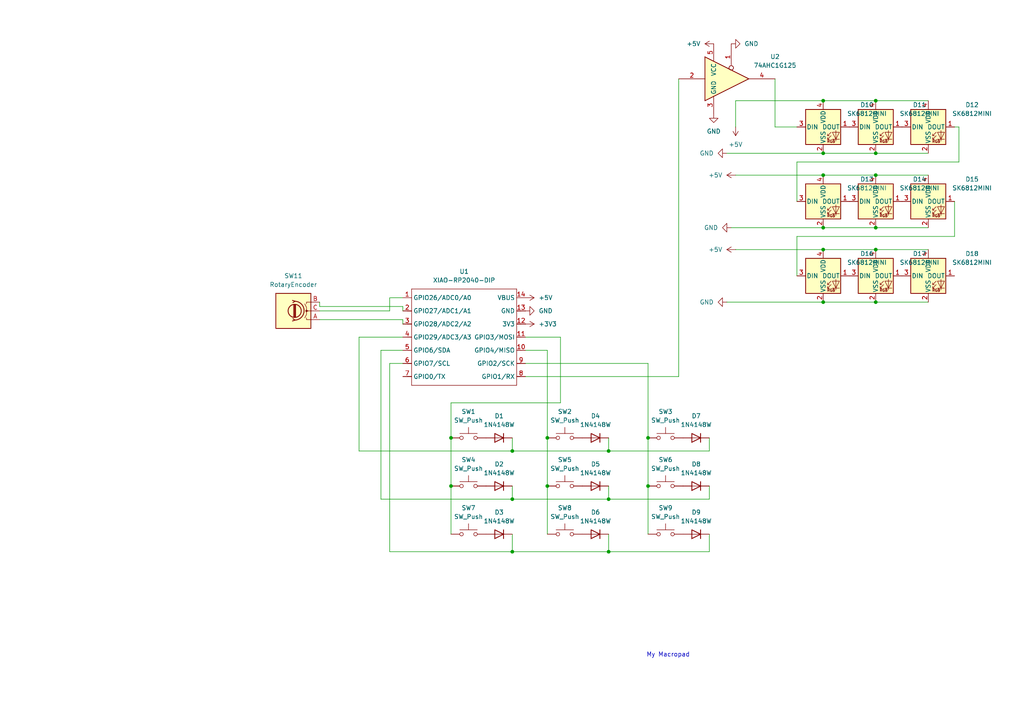
<source format=kicad_sch>
(kicad_sch
	(version 20250114)
	(generator "eeschema")
	(generator_version "9.0")
	(uuid "85debd34-944f-4a7e-9997-23b85311a056")
	(paper "A4")
	(lib_symbols
		(symbol "74xGxx:74AHC1G125"
			(exclude_from_sim no)
			(in_bom yes)
			(on_board yes)
			(property "Reference" "U"
				(at -2.54 3.81 0)
				(effects
					(font
						(size 1.27 1.27)
					)
				)
			)
			(property "Value" "74AHC1G125"
				(at 0 -3.81 0)
				(effects
					(font
						(size 1.27 1.27)
					)
				)
			)
			(property "Footprint" ""
				(at 0 0 0)
				(effects
					(font
						(size 1.27 1.27)
					)
					(hide yes)
				)
			)
			(property "Datasheet" "http://www.ti.com/lit/sg/scyt129e/scyt129e.pdf"
				(at 0 0 0)
				(effects
					(font
						(size 1.27 1.27)
					)
					(hide yes)
				)
			)
			(property "Description" "Single Buffer Gate Tri-State, Low-Voltage CMOS"
				(at 0 0 0)
				(effects
					(font
						(size 1.27 1.27)
					)
					(hide yes)
				)
			)
			(property "ki_keywords" "Single Gate Buff Tri-State LVC CMOS"
				(at 0 0 0)
				(effects
					(font
						(size 1.27 1.27)
					)
					(hide yes)
				)
			)
			(property "ki_fp_filters" "SOT* SG-*"
				(at 0 0 0)
				(effects
					(font
						(size 1.27 1.27)
					)
					(hide yes)
				)
			)
			(symbol "74AHC1G125_0_1"
				(polyline
					(pts
						(xy -7.62 6.35) (xy -7.62 -6.35) (xy 5.08 0) (xy -7.62 6.35)
					)
					(stroke
						(width 0.254)
						(type default)
					)
					(fill
						(type background)
					)
				)
			)
			(symbol "74AHC1G125_1_1"
				(pin input line
					(at -15.24 0 0)
					(length 7.62)
					(name "~"
						(effects
							(font
								(size 1.27 1.27)
							)
						)
					)
					(number "2"
						(effects
							(font
								(size 1.27 1.27)
							)
						)
					)
				)
				(pin power_in line
					(at -5.08 10.16 270)
					(length 5.08)
					(name "VCC"
						(effects
							(font
								(size 1.27 1.27)
							)
						)
					)
					(number "5"
						(effects
							(font
								(size 1.27 1.27)
							)
						)
					)
				)
				(pin power_in line
					(at -5.08 -10.16 90)
					(length 5.08)
					(name "GND"
						(effects
							(font
								(size 1.27 1.27)
							)
						)
					)
					(number "3"
						(effects
							(font
								(size 1.27 1.27)
							)
						)
					)
				)
				(pin input inverted
					(at 0 10.16 270)
					(length 7.62)
					(name "~"
						(effects
							(font
								(size 1.27 1.27)
							)
						)
					)
					(number "1"
						(effects
							(font
								(size 1.27 1.27)
							)
						)
					)
				)
				(pin tri_state line
					(at 12.7 0 180)
					(length 7.62)
					(name "~"
						(effects
							(font
								(size 1.27 1.27)
							)
						)
					)
					(number "4"
						(effects
							(font
								(size 1.27 1.27)
							)
						)
					)
				)
			)
			(embedded_fonts no)
		)
		(symbol "Device:RotaryEncoder"
			(pin_names
				(offset 0.254)
				(hide yes)
			)
			(exclude_from_sim no)
			(in_bom yes)
			(on_board yes)
			(property "Reference" "SW"
				(at 0 6.604 0)
				(effects
					(font
						(size 1.27 1.27)
					)
				)
			)
			(property "Value" "RotaryEncoder"
				(at 0 -6.604 0)
				(effects
					(font
						(size 1.27 1.27)
					)
				)
			)
			(property "Footprint" ""
				(at -3.81 4.064 0)
				(effects
					(font
						(size 1.27 1.27)
					)
					(hide yes)
				)
			)
			(property "Datasheet" "~"
				(at 0 6.604 0)
				(effects
					(font
						(size 1.27 1.27)
					)
					(hide yes)
				)
			)
			(property "Description" "Rotary encoder, dual channel, incremental quadrate outputs"
				(at 0 0 0)
				(effects
					(font
						(size 1.27 1.27)
					)
					(hide yes)
				)
			)
			(property "ki_keywords" "rotary switch encoder"
				(at 0 0 0)
				(effects
					(font
						(size 1.27 1.27)
					)
					(hide yes)
				)
			)
			(property "ki_fp_filters" "RotaryEncoder*"
				(at 0 0 0)
				(effects
					(font
						(size 1.27 1.27)
					)
					(hide yes)
				)
			)
			(symbol "RotaryEncoder_0_1"
				(rectangle
					(start -5.08 5.08)
					(end 5.08 -5.08)
					(stroke
						(width 0.254)
						(type default)
					)
					(fill
						(type background)
					)
				)
				(polyline
					(pts
						(xy -5.08 2.54) (xy -3.81 2.54) (xy -3.81 2.032)
					)
					(stroke
						(width 0)
						(type default)
					)
					(fill
						(type none)
					)
				)
				(polyline
					(pts
						(xy -5.08 0) (xy -3.81 0) (xy -3.81 -1.016) (xy -3.302 -2.032)
					)
					(stroke
						(width 0)
						(type default)
					)
					(fill
						(type none)
					)
				)
				(polyline
					(pts
						(xy -5.08 -2.54) (xy -3.81 -2.54) (xy -3.81 -2.032)
					)
					(stroke
						(width 0)
						(type default)
					)
					(fill
						(type none)
					)
				)
				(polyline
					(pts
						(xy -4.318 0) (xy -3.81 0) (xy -3.81 1.016) (xy -3.302 2.032)
					)
					(stroke
						(width 0)
						(type default)
					)
					(fill
						(type none)
					)
				)
				(circle
					(center -3.81 0)
					(radius 0.254)
					(stroke
						(width 0)
						(type default)
					)
					(fill
						(type outline)
					)
				)
				(polyline
					(pts
						(xy -0.635 -1.778) (xy -0.635 1.778)
					)
					(stroke
						(width 0.254)
						(type default)
					)
					(fill
						(type none)
					)
				)
				(circle
					(center -0.381 0)
					(radius 1.905)
					(stroke
						(width 0.254)
						(type default)
					)
					(fill
						(type none)
					)
				)
				(polyline
					(pts
						(xy -0.381 -1.778) (xy -0.381 1.778)
					)
					(stroke
						(width 0.254)
						(type default)
					)
					(fill
						(type none)
					)
				)
				(arc
					(start -0.381 -2.794)
					(mid -3.0988 -0.0635)
					(end -0.381 2.667)
					(stroke
						(width 0.254)
						(type default)
					)
					(fill
						(type none)
					)
				)
				(polyline
					(pts
						(xy -0.127 1.778) (xy -0.127 -1.778)
					)
					(stroke
						(width 0.254)
						(type default)
					)
					(fill
						(type none)
					)
				)
				(polyline
					(pts
						(xy 0.254 2.921) (xy -0.508 2.667) (xy 0.127 2.286)
					)
					(stroke
						(width 0.254)
						(type default)
					)
					(fill
						(type none)
					)
				)
				(polyline
					(pts
						(xy 0.254 -3.048) (xy -0.508 -2.794) (xy 0.127 -2.413)
					)
					(stroke
						(width 0.254)
						(type default)
					)
					(fill
						(type none)
					)
				)
			)
			(symbol "RotaryEncoder_1_1"
				(pin passive line
					(at -7.62 2.54 0)
					(length 2.54)
					(name "A"
						(effects
							(font
								(size 1.27 1.27)
							)
						)
					)
					(number "A"
						(effects
							(font
								(size 1.27 1.27)
							)
						)
					)
				)
				(pin passive line
					(at -7.62 0 0)
					(length 2.54)
					(name "C"
						(effects
							(font
								(size 1.27 1.27)
							)
						)
					)
					(number "C"
						(effects
							(font
								(size 1.27 1.27)
							)
						)
					)
				)
				(pin passive line
					(at -7.62 -2.54 0)
					(length 2.54)
					(name "B"
						(effects
							(font
								(size 1.27 1.27)
							)
						)
					)
					(number "B"
						(effects
							(font
								(size 1.27 1.27)
							)
						)
					)
				)
			)
			(embedded_fonts no)
		)
		(symbol "Diode:1N4148W"
			(pin_numbers
				(hide yes)
			)
			(pin_names
				(hide yes)
			)
			(exclude_from_sim no)
			(in_bom yes)
			(on_board yes)
			(property "Reference" "D"
				(at 0 2.54 0)
				(effects
					(font
						(size 1.27 1.27)
					)
				)
			)
			(property "Value" "1N4148W"
				(at 0 -2.54 0)
				(effects
					(font
						(size 1.27 1.27)
					)
				)
			)
			(property "Footprint" "Diode_SMD:D_SOD-123"
				(at 0 -4.445 0)
				(effects
					(font
						(size 1.27 1.27)
					)
					(hide yes)
				)
			)
			(property "Datasheet" "https://www.vishay.com/docs/85748/1n4148w.pdf"
				(at 0 0 0)
				(effects
					(font
						(size 1.27 1.27)
					)
					(hide yes)
				)
			)
			(property "Description" "75V 0.15A Fast Switching Diode, SOD-123"
				(at 0 0 0)
				(effects
					(font
						(size 1.27 1.27)
					)
					(hide yes)
				)
			)
			(property "Sim.Device" "D"
				(at 0 0 0)
				(effects
					(font
						(size 1.27 1.27)
					)
					(hide yes)
				)
			)
			(property "Sim.Pins" "1=K 2=A"
				(at 0 0 0)
				(effects
					(font
						(size 1.27 1.27)
					)
					(hide yes)
				)
			)
			(property "ki_keywords" "diode"
				(at 0 0 0)
				(effects
					(font
						(size 1.27 1.27)
					)
					(hide yes)
				)
			)
			(property "ki_fp_filters" "D*SOD?123*"
				(at 0 0 0)
				(effects
					(font
						(size 1.27 1.27)
					)
					(hide yes)
				)
			)
			(symbol "1N4148W_0_1"
				(polyline
					(pts
						(xy -1.27 1.27) (xy -1.27 -1.27)
					)
					(stroke
						(width 0.254)
						(type default)
					)
					(fill
						(type none)
					)
				)
				(polyline
					(pts
						(xy 1.27 1.27) (xy 1.27 -1.27) (xy -1.27 0) (xy 1.27 1.27)
					)
					(stroke
						(width 0.254)
						(type default)
					)
					(fill
						(type none)
					)
				)
				(polyline
					(pts
						(xy 1.27 0) (xy -1.27 0)
					)
					(stroke
						(width 0)
						(type default)
					)
					(fill
						(type none)
					)
				)
			)
			(symbol "1N4148W_1_1"
				(pin passive line
					(at -3.81 0 0)
					(length 2.54)
					(name "K"
						(effects
							(font
								(size 1.27 1.27)
							)
						)
					)
					(number "1"
						(effects
							(font
								(size 1.27 1.27)
							)
						)
					)
				)
				(pin passive line
					(at 3.81 0 180)
					(length 2.54)
					(name "A"
						(effects
							(font
								(size 1.27 1.27)
							)
						)
					)
					(number "2"
						(effects
							(font
								(size 1.27 1.27)
							)
						)
					)
				)
			)
			(embedded_fonts no)
		)
		(symbol "LED:SK6812MINI"
			(pin_names
				(offset 0.254)
			)
			(exclude_from_sim no)
			(in_bom yes)
			(on_board yes)
			(property "Reference" "D"
				(at 5.08 5.715 0)
				(effects
					(font
						(size 1.27 1.27)
					)
					(justify right bottom)
				)
			)
			(property "Value" "SK6812MINI"
				(at 1.27 -5.715 0)
				(effects
					(font
						(size 1.27 1.27)
					)
					(justify left top)
				)
			)
			(property "Footprint" "LED_SMD:LED_SK6812MINI_PLCC4_3.5x3.5mm_P1.75mm"
				(at 1.27 -7.62 0)
				(effects
					(font
						(size 1.27 1.27)
					)
					(justify left top)
					(hide yes)
				)
			)
			(property "Datasheet" "https://cdn-shop.adafruit.com/product-files/2686/SK6812MINI_REV.01-1-2.pdf"
				(at 2.54 -9.525 0)
				(effects
					(font
						(size 1.27 1.27)
					)
					(justify left top)
					(hide yes)
				)
			)
			(property "Description" "RGB LED with integrated controller"
				(at 0 0 0)
				(effects
					(font
						(size 1.27 1.27)
					)
					(hide yes)
				)
			)
			(property "ki_keywords" "RGB LED NeoPixel Mini addressable"
				(at 0 0 0)
				(effects
					(font
						(size 1.27 1.27)
					)
					(hide yes)
				)
			)
			(property "ki_fp_filters" "LED*SK6812MINI*PLCC*3.5x3.5mm*P1.75mm*"
				(at 0 0 0)
				(effects
					(font
						(size 1.27 1.27)
					)
					(hide yes)
				)
			)
			(symbol "SK6812MINI_0_0"
				(text "RGB"
					(at 2.286 -4.191 0)
					(effects
						(font
							(size 0.762 0.762)
						)
					)
				)
			)
			(symbol "SK6812MINI_0_1"
				(polyline
					(pts
						(xy 1.27 -2.54) (xy 1.778 -2.54)
					)
					(stroke
						(width 0)
						(type default)
					)
					(fill
						(type none)
					)
				)
				(polyline
					(pts
						(xy 1.27 -3.556) (xy 1.778 -3.556)
					)
					(stroke
						(width 0)
						(type default)
					)
					(fill
						(type none)
					)
				)
				(polyline
					(pts
						(xy 2.286 -1.524) (xy 1.27 -2.54) (xy 1.27 -2.032)
					)
					(stroke
						(width 0)
						(type default)
					)
					(fill
						(type none)
					)
				)
				(polyline
					(pts
						(xy 2.286 -2.54) (xy 1.27 -3.556) (xy 1.27 -3.048)
					)
					(stroke
						(width 0)
						(type default)
					)
					(fill
						(type none)
					)
				)
				(polyline
					(pts
						(xy 3.683 -1.016) (xy 3.683 -3.556) (xy 3.683 -4.064)
					)
					(stroke
						(width 0)
						(type default)
					)
					(fill
						(type none)
					)
				)
				(polyline
					(pts
						(xy 4.699 -1.524) (xy 2.667 -1.524) (xy 3.683 -3.556) (xy 4.699 -1.524)
					)
					(stroke
						(width 0)
						(type default)
					)
					(fill
						(type none)
					)
				)
				(polyline
					(pts
						(xy 4.699 -3.556) (xy 2.667 -3.556)
					)
					(stroke
						(width 0)
						(type default)
					)
					(fill
						(type none)
					)
				)
				(rectangle
					(start 5.08 5.08)
					(end -5.08 -5.08)
					(stroke
						(width 0.254)
						(type default)
					)
					(fill
						(type background)
					)
				)
			)
			(symbol "SK6812MINI_1_1"
				(pin input line
					(at -7.62 0 0)
					(length 2.54)
					(name "DIN"
						(effects
							(font
								(size 1.27 1.27)
							)
						)
					)
					(number "3"
						(effects
							(font
								(size 1.27 1.27)
							)
						)
					)
				)
				(pin power_in line
					(at 0 7.62 270)
					(length 2.54)
					(name "VDD"
						(effects
							(font
								(size 1.27 1.27)
							)
						)
					)
					(number "4"
						(effects
							(font
								(size 1.27 1.27)
							)
						)
					)
				)
				(pin power_in line
					(at 0 -7.62 90)
					(length 2.54)
					(name "VSS"
						(effects
							(font
								(size 1.27 1.27)
							)
						)
					)
					(number "2"
						(effects
							(font
								(size 1.27 1.27)
							)
						)
					)
				)
				(pin output line
					(at 7.62 0 180)
					(length 2.54)
					(name "DOUT"
						(effects
							(font
								(size 1.27 1.27)
							)
						)
					)
					(number "1"
						(effects
							(font
								(size 1.27 1.27)
							)
						)
					)
				)
			)
			(embedded_fonts no)
		)
		(symbol "OPL:XIAO-RP2040-DIP"
			(exclude_from_sim no)
			(in_bom yes)
			(on_board yes)
			(property "Reference" "U"
				(at 0 0 0)
				(effects
					(font
						(size 1.27 1.27)
					)
				)
			)
			(property "Value" "XIAO-RP2040-DIP"
				(at 5.334 -1.778 0)
				(effects
					(font
						(size 1.27 1.27)
					)
				)
			)
			(property "Footprint" "Module:MOUDLE14P-XIAO-DIP-SMD"
				(at 14.478 -32.258 0)
				(effects
					(font
						(size 1.27 1.27)
					)
					(hide yes)
				)
			)
			(property "Datasheet" ""
				(at 0 0 0)
				(effects
					(font
						(size 1.27 1.27)
					)
					(hide yes)
				)
			)
			(property "Description" ""
				(at 0 0 0)
				(effects
					(font
						(size 1.27 1.27)
					)
					(hide yes)
				)
			)
			(symbol "XIAO-RP2040-DIP_1_0"
				(polyline
					(pts
						(xy -1.27 -2.54) (xy 29.21 -2.54)
					)
					(stroke
						(width 0.1524)
						(type solid)
					)
					(fill
						(type none)
					)
				)
				(polyline
					(pts
						(xy -1.27 -5.08) (xy -2.54 -5.08)
					)
					(stroke
						(width 0.1524)
						(type solid)
					)
					(fill
						(type none)
					)
				)
				(polyline
					(pts
						(xy -1.27 -5.08) (xy -1.27 -2.54)
					)
					(stroke
						(width 0.1524)
						(type solid)
					)
					(fill
						(type none)
					)
				)
				(polyline
					(pts
						(xy -1.27 -8.89) (xy -2.54 -8.89)
					)
					(stroke
						(width 0.1524)
						(type solid)
					)
					(fill
						(type none)
					)
				)
				(polyline
					(pts
						(xy -1.27 -8.89) (xy -1.27 -5.08)
					)
					(stroke
						(width 0.1524)
						(type solid)
					)
					(fill
						(type none)
					)
				)
				(polyline
					(pts
						(xy -1.27 -12.7) (xy -2.54 -12.7)
					)
					(stroke
						(width 0.1524)
						(type solid)
					)
					(fill
						(type none)
					)
				)
				(polyline
					(pts
						(xy -1.27 -12.7) (xy -1.27 -8.89)
					)
					(stroke
						(width 0.1524)
						(type solid)
					)
					(fill
						(type none)
					)
				)
				(polyline
					(pts
						(xy -1.27 -16.51) (xy -2.54 -16.51)
					)
					(stroke
						(width 0.1524)
						(type solid)
					)
					(fill
						(type none)
					)
				)
				(polyline
					(pts
						(xy -1.27 -16.51) (xy -1.27 -12.7)
					)
					(stroke
						(width 0.1524)
						(type solid)
					)
					(fill
						(type none)
					)
				)
				(polyline
					(pts
						(xy -1.27 -20.32) (xy -2.54 -20.32)
					)
					(stroke
						(width 0.1524)
						(type solid)
					)
					(fill
						(type none)
					)
				)
				(polyline
					(pts
						(xy -1.27 -24.13) (xy -2.54 -24.13)
					)
					(stroke
						(width 0.1524)
						(type solid)
					)
					(fill
						(type none)
					)
				)
				(polyline
					(pts
						(xy -1.27 -27.94) (xy -2.54 -27.94)
					)
					(stroke
						(width 0.1524)
						(type solid)
					)
					(fill
						(type none)
					)
				)
				(polyline
					(pts
						(xy -1.27 -30.48) (xy -1.27 -16.51)
					)
					(stroke
						(width 0.1524)
						(type solid)
					)
					(fill
						(type none)
					)
				)
				(polyline
					(pts
						(xy 29.21 -2.54) (xy 29.21 -5.08)
					)
					(stroke
						(width 0.1524)
						(type solid)
					)
					(fill
						(type none)
					)
				)
				(polyline
					(pts
						(xy 29.21 -5.08) (xy 29.21 -8.89)
					)
					(stroke
						(width 0.1524)
						(type solid)
					)
					(fill
						(type none)
					)
				)
				(polyline
					(pts
						(xy 29.21 -8.89) (xy 29.21 -12.7)
					)
					(stroke
						(width 0.1524)
						(type solid)
					)
					(fill
						(type none)
					)
				)
				(polyline
					(pts
						(xy 29.21 -12.7) (xy 29.21 -30.48)
					)
					(stroke
						(width 0.1524)
						(type solid)
					)
					(fill
						(type none)
					)
				)
				(polyline
					(pts
						(xy 29.21 -30.48) (xy -1.27 -30.48)
					)
					(stroke
						(width 0.1524)
						(type solid)
					)
					(fill
						(type none)
					)
				)
				(polyline
					(pts
						(xy 30.48 -5.08) (xy 29.21 -5.08)
					)
					(stroke
						(width 0.1524)
						(type solid)
					)
					(fill
						(type none)
					)
				)
				(polyline
					(pts
						(xy 30.48 -8.89) (xy 29.21 -8.89)
					)
					(stroke
						(width 0.1524)
						(type solid)
					)
					(fill
						(type none)
					)
				)
				(polyline
					(pts
						(xy 30.48 -12.7) (xy 29.21 -12.7)
					)
					(stroke
						(width 0.1524)
						(type solid)
					)
					(fill
						(type none)
					)
				)
				(polyline
					(pts
						(xy 30.48 -16.51) (xy 29.21 -16.51)
					)
					(stroke
						(width 0.1524)
						(type solid)
					)
					(fill
						(type none)
					)
				)
				(polyline
					(pts
						(xy 30.48 -20.32) (xy 29.21 -20.32)
					)
					(stroke
						(width 0.1524)
						(type solid)
					)
					(fill
						(type none)
					)
				)
				(polyline
					(pts
						(xy 30.48 -24.13) (xy 29.21 -24.13)
					)
					(stroke
						(width 0.1524)
						(type solid)
					)
					(fill
						(type none)
					)
				)
				(polyline
					(pts
						(xy 30.48 -27.94) (xy 29.21 -27.94)
					)
					(stroke
						(width 0.1524)
						(type solid)
					)
					(fill
						(type none)
					)
				)
				(pin passive line
					(at -3.81 -5.08 0)
					(length 2.54)
					(name "GPIO26/ADC0/A0"
						(effects
							(font
								(size 1.27 1.27)
							)
						)
					)
					(number "1"
						(effects
							(font
								(size 1.27 1.27)
							)
						)
					)
				)
				(pin passive line
					(at -3.81 -8.89 0)
					(length 2.54)
					(name "GPIO27/ADC1/A1"
						(effects
							(font
								(size 1.27 1.27)
							)
						)
					)
					(number "2"
						(effects
							(font
								(size 1.27 1.27)
							)
						)
					)
				)
				(pin passive line
					(at -3.81 -12.7 0)
					(length 2.54)
					(name "GPIO28/ADC2/A2"
						(effects
							(font
								(size 1.27 1.27)
							)
						)
					)
					(number "3"
						(effects
							(font
								(size 1.27 1.27)
							)
						)
					)
				)
				(pin passive line
					(at -3.81 -16.51 0)
					(length 2.54)
					(name "GPIO29/ADC3/A3"
						(effects
							(font
								(size 1.27 1.27)
							)
						)
					)
					(number "4"
						(effects
							(font
								(size 1.27 1.27)
							)
						)
					)
				)
				(pin passive line
					(at -3.81 -20.32 0)
					(length 2.54)
					(name "GPIO6/SDA"
						(effects
							(font
								(size 1.27 1.27)
							)
						)
					)
					(number "5"
						(effects
							(font
								(size 1.27 1.27)
							)
						)
					)
				)
				(pin passive line
					(at -3.81 -24.13 0)
					(length 2.54)
					(name "GPIO7/SCL"
						(effects
							(font
								(size 1.27 1.27)
							)
						)
					)
					(number "6"
						(effects
							(font
								(size 1.27 1.27)
							)
						)
					)
				)
				(pin passive line
					(at -3.81 -27.94 0)
					(length 2.54)
					(name "GPIO0/TX"
						(effects
							(font
								(size 1.27 1.27)
							)
						)
					)
					(number "7"
						(effects
							(font
								(size 1.27 1.27)
							)
						)
					)
				)
				(pin passive line
					(at 31.75 -5.08 180)
					(length 2.54)
					(name "VBUS"
						(effects
							(font
								(size 1.27 1.27)
							)
						)
					)
					(number "14"
						(effects
							(font
								(size 1.27 1.27)
							)
						)
					)
				)
				(pin passive line
					(at 31.75 -8.89 180)
					(length 2.54)
					(name "GND"
						(effects
							(font
								(size 1.27 1.27)
							)
						)
					)
					(number "13"
						(effects
							(font
								(size 1.27 1.27)
							)
						)
					)
				)
				(pin passive line
					(at 31.75 -12.7 180)
					(length 2.54)
					(name "3V3"
						(effects
							(font
								(size 1.27 1.27)
							)
						)
					)
					(number "12"
						(effects
							(font
								(size 1.27 1.27)
							)
						)
					)
				)
				(pin passive line
					(at 31.75 -16.51 180)
					(length 2.54)
					(name "GPIO3/MOSI"
						(effects
							(font
								(size 1.27 1.27)
							)
						)
					)
					(number "11"
						(effects
							(font
								(size 1.27 1.27)
							)
						)
					)
				)
				(pin passive line
					(at 31.75 -20.32 180)
					(length 2.54)
					(name "GPIO4/MISO"
						(effects
							(font
								(size 1.27 1.27)
							)
						)
					)
					(number "10"
						(effects
							(font
								(size 1.27 1.27)
							)
						)
					)
				)
				(pin passive line
					(at 31.75 -24.13 180)
					(length 2.54)
					(name "GPIO2/SCK"
						(effects
							(font
								(size 1.27 1.27)
							)
						)
					)
					(number "9"
						(effects
							(font
								(size 1.27 1.27)
							)
						)
					)
				)
				(pin passive line
					(at 31.75 -27.94 180)
					(length 2.54)
					(name "GPIO1/RX"
						(effects
							(font
								(size 1.27 1.27)
							)
						)
					)
					(number "8"
						(effects
							(font
								(size 1.27 1.27)
							)
						)
					)
				)
			)
			(embedded_fonts no)
		)
		(symbol "Switch:SW_Push"
			(pin_numbers
				(hide yes)
			)
			(pin_names
				(offset 1.016)
				(hide yes)
			)
			(exclude_from_sim no)
			(in_bom yes)
			(on_board yes)
			(property "Reference" "SW"
				(at 1.27 2.54 0)
				(effects
					(font
						(size 1.27 1.27)
					)
					(justify left)
				)
			)
			(property "Value" "SW_Push"
				(at 0 -1.524 0)
				(effects
					(font
						(size 1.27 1.27)
					)
				)
			)
			(property "Footprint" ""
				(at 0 5.08 0)
				(effects
					(font
						(size 1.27 1.27)
					)
					(hide yes)
				)
			)
			(property "Datasheet" "~"
				(at 0 5.08 0)
				(effects
					(font
						(size 1.27 1.27)
					)
					(hide yes)
				)
			)
			(property "Description" "Push button switch, generic, two pins"
				(at 0 0 0)
				(effects
					(font
						(size 1.27 1.27)
					)
					(hide yes)
				)
			)
			(property "ki_keywords" "switch normally-open pushbutton push-button"
				(at 0 0 0)
				(effects
					(font
						(size 1.27 1.27)
					)
					(hide yes)
				)
			)
			(symbol "SW_Push_0_1"
				(circle
					(center -2.032 0)
					(radius 0.508)
					(stroke
						(width 0)
						(type default)
					)
					(fill
						(type none)
					)
				)
				(polyline
					(pts
						(xy 0 1.27) (xy 0 3.048)
					)
					(stroke
						(width 0)
						(type default)
					)
					(fill
						(type none)
					)
				)
				(circle
					(center 2.032 0)
					(radius 0.508)
					(stroke
						(width 0)
						(type default)
					)
					(fill
						(type none)
					)
				)
				(polyline
					(pts
						(xy 2.54 1.27) (xy -2.54 1.27)
					)
					(stroke
						(width 0)
						(type default)
					)
					(fill
						(type none)
					)
				)
				(pin passive line
					(at -5.08 0 0)
					(length 2.54)
					(name "1"
						(effects
							(font
								(size 1.27 1.27)
							)
						)
					)
					(number "1"
						(effects
							(font
								(size 1.27 1.27)
							)
						)
					)
				)
				(pin passive line
					(at 5.08 0 180)
					(length 2.54)
					(name "2"
						(effects
							(font
								(size 1.27 1.27)
							)
						)
					)
					(number "2"
						(effects
							(font
								(size 1.27 1.27)
							)
						)
					)
				)
			)
			(embedded_fonts no)
		)
		(symbol "power:+3V3"
			(power)
			(pin_numbers
				(hide yes)
			)
			(pin_names
				(offset 0)
				(hide yes)
			)
			(exclude_from_sim no)
			(in_bom yes)
			(on_board yes)
			(property "Reference" "#PWR"
				(at 0 -3.81 0)
				(effects
					(font
						(size 1.27 1.27)
					)
					(hide yes)
				)
			)
			(property "Value" "+3V3"
				(at 0 3.556 0)
				(effects
					(font
						(size 1.27 1.27)
					)
				)
			)
			(property "Footprint" ""
				(at 0 0 0)
				(effects
					(font
						(size 1.27 1.27)
					)
					(hide yes)
				)
			)
			(property "Datasheet" ""
				(at 0 0 0)
				(effects
					(font
						(size 1.27 1.27)
					)
					(hide yes)
				)
			)
			(property "Description" "Power symbol creates a global label with name \"+3V3\""
				(at 0 0 0)
				(effects
					(font
						(size 1.27 1.27)
					)
					(hide yes)
				)
			)
			(property "ki_keywords" "global power"
				(at 0 0 0)
				(effects
					(font
						(size 1.27 1.27)
					)
					(hide yes)
				)
			)
			(symbol "+3V3_0_1"
				(polyline
					(pts
						(xy -0.762 1.27) (xy 0 2.54)
					)
					(stroke
						(width 0)
						(type default)
					)
					(fill
						(type none)
					)
				)
				(polyline
					(pts
						(xy 0 2.54) (xy 0.762 1.27)
					)
					(stroke
						(width 0)
						(type default)
					)
					(fill
						(type none)
					)
				)
				(polyline
					(pts
						(xy 0 0) (xy 0 2.54)
					)
					(stroke
						(width 0)
						(type default)
					)
					(fill
						(type none)
					)
				)
			)
			(symbol "+3V3_1_1"
				(pin power_in line
					(at 0 0 90)
					(length 0)
					(name "~"
						(effects
							(font
								(size 1.27 1.27)
							)
						)
					)
					(number "1"
						(effects
							(font
								(size 1.27 1.27)
							)
						)
					)
				)
			)
			(embedded_fonts no)
		)
		(symbol "power:+5V"
			(power)
			(pin_numbers
				(hide yes)
			)
			(pin_names
				(offset 0)
				(hide yes)
			)
			(exclude_from_sim no)
			(in_bom yes)
			(on_board yes)
			(property "Reference" "#PWR"
				(at 0 -3.81 0)
				(effects
					(font
						(size 1.27 1.27)
					)
					(hide yes)
				)
			)
			(property "Value" "+5V"
				(at 0 3.556 0)
				(effects
					(font
						(size 1.27 1.27)
					)
				)
			)
			(property "Footprint" ""
				(at 0 0 0)
				(effects
					(font
						(size 1.27 1.27)
					)
					(hide yes)
				)
			)
			(property "Datasheet" ""
				(at 0 0 0)
				(effects
					(font
						(size 1.27 1.27)
					)
					(hide yes)
				)
			)
			(property "Description" "Power symbol creates a global label with name \"+5V\""
				(at 0 0 0)
				(effects
					(font
						(size 1.27 1.27)
					)
					(hide yes)
				)
			)
			(property "ki_keywords" "global power"
				(at 0 0 0)
				(effects
					(font
						(size 1.27 1.27)
					)
					(hide yes)
				)
			)
			(symbol "+5V_0_1"
				(polyline
					(pts
						(xy -0.762 1.27) (xy 0 2.54)
					)
					(stroke
						(width 0)
						(type default)
					)
					(fill
						(type none)
					)
				)
				(polyline
					(pts
						(xy 0 2.54) (xy 0.762 1.27)
					)
					(stroke
						(width 0)
						(type default)
					)
					(fill
						(type none)
					)
				)
				(polyline
					(pts
						(xy 0 0) (xy 0 2.54)
					)
					(stroke
						(width 0)
						(type default)
					)
					(fill
						(type none)
					)
				)
			)
			(symbol "+5V_1_1"
				(pin power_in line
					(at 0 0 90)
					(length 0)
					(name "~"
						(effects
							(font
								(size 1.27 1.27)
							)
						)
					)
					(number "1"
						(effects
							(font
								(size 1.27 1.27)
							)
						)
					)
				)
			)
			(embedded_fonts no)
		)
		(symbol "power:GND"
			(power)
			(pin_numbers
				(hide yes)
			)
			(pin_names
				(offset 0)
				(hide yes)
			)
			(exclude_from_sim no)
			(in_bom yes)
			(on_board yes)
			(property "Reference" "#PWR"
				(at 0 -6.35 0)
				(effects
					(font
						(size 1.27 1.27)
					)
					(hide yes)
				)
			)
			(property "Value" "GND"
				(at 0 -3.81 0)
				(effects
					(font
						(size 1.27 1.27)
					)
				)
			)
			(property "Footprint" ""
				(at 0 0 0)
				(effects
					(font
						(size 1.27 1.27)
					)
					(hide yes)
				)
			)
			(property "Datasheet" ""
				(at 0 0 0)
				(effects
					(font
						(size 1.27 1.27)
					)
					(hide yes)
				)
			)
			(property "Description" "Power symbol creates a global label with name \"GND\" , ground"
				(at 0 0 0)
				(effects
					(font
						(size 1.27 1.27)
					)
					(hide yes)
				)
			)
			(property "ki_keywords" "global power"
				(at 0 0 0)
				(effects
					(font
						(size 1.27 1.27)
					)
					(hide yes)
				)
			)
			(symbol "GND_0_1"
				(polyline
					(pts
						(xy 0 0) (xy 0 -1.27) (xy 1.27 -1.27) (xy 0 -2.54) (xy -1.27 -1.27) (xy 0 -1.27)
					)
					(stroke
						(width 0)
						(type default)
					)
					(fill
						(type none)
					)
				)
			)
			(symbol "GND_1_1"
				(pin power_in line
					(at 0 0 270)
					(length 0)
					(name "~"
						(effects
							(font
								(size 1.27 1.27)
							)
						)
					)
					(number "1"
						(effects
							(font
								(size 1.27 1.27)
							)
						)
					)
				)
			)
			(embedded_fonts no)
		)
	)
	(text "My Macropad"
		(exclude_from_sim yes)
		(at 193.802 189.992 0)
		(effects
			(font
				(size 1.27 1.27)
			)
		)
		(uuid "e16f5c49-2f61-4c3e-abec-5127083504dd")
	)
	(junction
		(at 254 72.39)
		(diameter 0)
		(color 0 0 0 0)
		(uuid "034a4506-13b0-4d67-bfd5-a0063277d36a")
	)
	(junction
		(at 238.76 72.39)
		(diameter 0)
		(color 0 0 0 0)
		(uuid "08317e93-1b81-4abd-9435-1205d5d815b0")
	)
	(junction
		(at 158.75 127)
		(diameter 0)
		(color 0 0 0 0)
		(uuid "0ae8beac-bf4c-432b-b372-54d7a9413293")
	)
	(junction
		(at 238.76 66.04)
		(diameter 0)
		(color 0 0 0 0)
		(uuid "13148b46-ae2f-4d73-ab9c-fabeeb8719e0")
	)
	(junction
		(at 238.76 29.21)
		(diameter 0)
		(color 0 0 0 0)
		(uuid "1a484f60-6d07-4a78-9fe6-0d8026cd2537")
	)
	(junction
		(at 254 87.63)
		(diameter 0)
		(color 0 0 0 0)
		(uuid "1b1174aa-49b8-4662-952e-0bdf49cea70f")
	)
	(junction
		(at 254 29.21)
		(diameter 0)
		(color 0 0 0 0)
		(uuid "32b3771e-2356-4ea9-b7c2-004b65f7ae38")
	)
	(junction
		(at 148.59 144.78)
		(diameter 0)
		(color 0 0 0 0)
		(uuid "4701fa61-5bee-48e4-a204-346bee39e06b")
	)
	(junction
		(at 176.53 144.78)
		(diameter 0)
		(color 0 0 0 0)
		(uuid "5079e14e-0356-40b9-8e0f-0fb2dabaaeb7")
	)
	(junction
		(at 187.96 127)
		(diameter 0)
		(color 0 0 0 0)
		(uuid "7e235e51-4b37-4003-a742-435f46a2ac5b")
	)
	(junction
		(at 254 50.8)
		(diameter 0)
		(color 0 0 0 0)
		(uuid "8013cb87-35e4-472f-bb65-2f423d606c5b")
	)
	(junction
		(at 148.59 130.81)
		(diameter 0)
		(color 0 0 0 0)
		(uuid "80c4b673-94d3-4a65-90d3-a87e504e1dc5")
	)
	(junction
		(at 187.96 140.97)
		(diameter 0)
		(color 0 0 0 0)
		(uuid "81e2b0f4-1bf8-4ea7-b4fa-08be0d808f49")
	)
	(junction
		(at 176.53 130.81)
		(diameter 0)
		(color 0 0 0 0)
		(uuid "856ed888-3488-4e22-ba6c-aae5672a93b2")
	)
	(junction
		(at 238.76 44.45)
		(diameter 0)
		(color 0 0 0 0)
		(uuid "86396ae4-d498-4766-b52a-5d17cc814cca")
	)
	(junction
		(at 254 44.45)
		(diameter 0)
		(color 0 0 0 0)
		(uuid "8cd23587-3eef-4c7f-abbf-47763ddb26eb")
	)
	(junction
		(at 238.76 50.8)
		(diameter 0)
		(color 0 0 0 0)
		(uuid "ab702ef9-7c37-413d-8b60-2fa6306240ab")
	)
	(junction
		(at 254 66.04)
		(diameter 0)
		(color 0 0 0 0)
		(uuid "b38858f5-7d05-4330-813a-6ece71525673")
	)
	(junction
		(at 148.59 160.02)
		(diameter 0)
		(color 0 0 0 0)
		(uuid "bc01c8f7-ff34-4864-86c8-d043b691aaaa")
	)
	(junction
		(at 130.81 140.97)
		(diameter 0)
		(color 0 0 0 0)
		(uuid "bcd21b3c-30c6-4354-bd1e-d9917a1aa4fe")
	)
	(junction
		(at 130.81 127)
		(diameter 0)
		(color 0 0 0 0)
		(uuid "c1af27f5-6e01-4386-b56b-17f260c002ed")
	)
	(junction
		(at 238.76 87.63)
		(diameter 0)
		(color 0 0 0 0)
		(uuid "c803b4cd-b523-451d-80be-7a63d8a8084c")
	)
	(junction
		(at 158.75 140.97)
		(diameter 0)
		(color 0 0 0 0)
		(uuid "e8392cbc-ac56-418d-99ad-8ce1a8cbf235")
	)
	(junction
		(at 176.53 160.02)
		(diameter 0)
		(color 0 0 0 0)
		(uuid "f81432fa-e317-41a5-b235-917ef581e189")
	)
	(wire
		(pts
			(xy 113.03 105.41) (xy 116.84 105.41)
		)
		(stroke
			(width 0)
			(type default)
		)
		(uuid "0257d349-f27d-4a53-ad58-701723a687c0")
	)
	(wire
		(pts
			(xy 254 72.39) (xy 269.24 72.39)
		)
		(stroke
			(width 0)
			(type default)
		)
		(uuid "02850dfd-7ea3-4d32-b4eb-260d30c5c7c9")
	)
	(wire
		(pts
			(xy 210.82 44.45) (xy 238.76 44.45)
		)
		(stroke
			(width 0)
			(type default)
		)
		(uuid "0409ed72-ccf8-4b63-bfc3-53e421c26f34")
	)
	(wire
		(pts
			(xy 110.49 144.78) (xy 148.59 144.78)
		)
		(stroke
			(width 0)
			(type default)
		)
		(uuid "042a7a53-dee7-4b33-9681-ed28d640c7a6")
	)
	(wire
		(pts
			(xy 278.13 36.83) (xy 276.86 36.83)
		)
		(stroke
			(width 0)
			(type default)
		)
		(uuid "08b2172c-6fa6-4ed6-8626-4dea2ddd6922")
	)
	(wire
		(pts
			(xy 110.49 101.6) (xy 110.49 144.78)
		)
		(stroke
			(width 0)
			(type default)
		)
		(uuid "098634d1-1d71-4c8c-9028-30089d61aca3")
	)
	(wire
		(pts
			(xy 116.84 88.9) (xy 116.84 90.17)
		)
		(stroke
			(width 0)
			(type default)
		)
		(uuid "0e02e07d-21fa-4c9c-ba80-51a4d193845b")
	)
	(wire
		(pts
			(xy 213.36 50.8) (xy 238.76 50.8)
		)
		(stroke
			(width 0)
			(type default)
		)
		(uuid "15a48a4c-3450-4a96-98d4-c54aedb4a30e")
	)
	(wire
		(pts
			(xy 238.76 50.8) (xy 254 50.8)
		)
		(stroke
			(width 0)
			(type default)
		)
		(uuid "15a88af9-e93e-44fc-be90-bcecdf840583")
	)
	(wire
		(pts
			(xy 130.81 140.97) (xy 130.81 154.94)
		)
		(stroke
			(width 0)
			(type default)
		)
		(uuid "167cac7e-f671-40f7-9199-a006b81f0590")
	)
	(wire
		(pts
			(xy 254 44.45) (xy 269.24 44.45)
		)
		(stroke
			(width 0)
			(type default)
		)
		(uuid "18c479ab-e364-457a-9dd8-1630441a9c32")
	)
	(wire
		(pts
			(xy 130.81 127) (xy 130.81 140.97)
		)
		(stroke
			(width 0)
			(type default)
		)
		(uuid "1aa62aca-e435-4b43-b890-e74fcd0c5af3")
	)
	(wire
		(pts
			(xy 254 87.63) (xy 269.24 87.63)
		)
		(stroke
			(width 0)
			(type default)
		)
		(uuid "1addcb49-29ff-44a6-b93d-9eca6a0c2465")
	)
	(wire
		(pts
			(xy 113.03 86.36) (xy 116.84 86.36)
		)
		(stroke
			(width 0)
			(type default)
		)
		(uuid "1b9536dc-bafd-46b1-92cb-d5f14f31a727")
	)
	(wire
		(pts
			(xy 176.53 144.78) (xy 205.74 144.78)
		)
		(stroke
			(width 0)
			(type default)
		)
		(uuid "2881dfa3-35db-49ce-90f4-c0c3c167be69")
	)
	(wire
		(pts
			(xy 148.59 130.81) (xy 176.53 130.81)
		)
		(stroke
			(width 0)
			(type default)
		)
		(uuid "2ae862ce-1065-4ed4-a306-a168fb386b80")
	)
	(wire
		(pts
			(xy 158.75 140.97) (xy 158.75 154.94)
		)
		(stroke
			(width 0)
			(type default)
		)
		(uuid "2dfb7817-854d-48a1-8dcc-f3e4a645caff")
	)
	(wire
		(pts
			(xy 196.85 109.22) (xy 196.85 22.86)
		)
		(stroke
			(width 0)
			(type default)
		)
		(uuid "3272ed9b-ee40-40a4-88b9-16e4a6c5b8fd")
	)
	(wire
		(pts
			(xy 92.71 88.9) (xy 116.84 88.9)
		)
		(stroke
			(width 0)
			(type default)
		)
		(uuid "3273542a-6b7a-4b65-9845-7e47cfc509ed")
	)
	(wire
		(pts
			(xy 278.13 46.99) (xy 231.14 46.99)
		)
		(stroke
			(width 0)
			(type default)
		)
		(uuid "337f0613-085c-44eb-9dc0-ebe110fe618d")
	)
	(wire
		(pts
			(xy 152.4 109.22) (xy 196.85 109.22)
		)
		(stroke
			(width 0)
			(type default)
		)
		(uuid "3cba46b2-0f7a-4694-a1ad-817ab4d2e796")
	)
	(wire
		(pts
			(xy 158.75 127) (xy 158.75 140.97)
		)
		(stroke
			(width 0)
			(type default)
		)
		(uuid "40424674-4157-4c94-a449-d4db4478bf2e")
	)
	(wire
		(pts
			(xy 238.76 29.21) (xy 213.36 29.21)
		)
		(stroke
			(width 0)
			(type default)
		)
		(uuid "42146268-da2c-4bc1-ad6e-2309788a5a3e")
	)
	(wire
		(pts
			(xy 113.03 160.02) (xy 148.59 160.02)
		)
		(stroke
			(width 0)
			(type default)
		)
		(uuid "465c68fb-16c0-4a3f-98ab-767d6e267de6")
	)
	(wire
		(pts
			(xy 238.76 66.04) (xy 212.09 66.04)
		)
		(stroke
			(width 0)
			(type default)
		)
		(uuid "4678a0d3-48a0-4143-aba3-b4d056a0d55f")
	)
	(wire
		(pts
			(xy 130.81 116.84) (xy 130.81 127)
		)
		(stroke
			(width 0)
			(type default)
		)
		(uuid "493ff2e3-1d8b-4d8e-a27a-0ba6e7ac460d")
	)
	(wire
		(pts
			(xy 176.53 127) (xy 176.53 130.81)
		)
		(stroke
			(width 0)
			(type default)
		)
		(uuid "4a772c12-6095-4402-bebe-7bb0ff84817d")
	)
	(wire
		(pts
			(xy 148.59 144.78) (xy 176.53 144.78)
		)
		(stroke
			(width 0)
			(type default)
		)
		(uuid "4bf9d43c-3e03-412e-83a9-60c5a146c9cc")
	)
	(wire
		(pts
			(xy 116.84 92.71) (xy 116.84 93.98)
		)
		(stroke
			(width 0)
			(type default)
		)
		(uuid "4d1397ff-d963-44a6-a76b-efd3e17d6cc9")
	)
	(wire
		(pts
			(xy 162.56 116.84) (xy 130.81 116.84)
		)
		(stroke
			(width 0)
			(type default)
		)
		(uuid "4e032cfa-d873-4246-ae74-65fd3e22c669")
	)
	(wire
		(pts
			(xy 148.59 127) (xy 148.59 130.81)
		)
		(stroke
			(width 0)
			(type default)
		)
		(uuid "52752e1d-ab5e-40b5-9a7c-752102cb5d06")
	)
	(wire
		(pts
			(xy 205.74 160.02) (xy 205.74 154.94)
		)
		(stroke
			(width 0)
			(type default)
		)
		(uuid "584e047e-20bd-45e0-ba91-05082e118006")
	)
	(wire
		(pts
			(xy 176.53 140.97) (xy 176.53 144.78)
		)
		(stroke
			(width 0)
			(type default)
		)
		(uuid "58ffdb48-55d6-4927-8d16-d5bbf9dacb2f")
	)
	(wire
		(pts
			(xy 276.86 68.58) (xy 231.14 68.58)
		)
		(stroke
			(width 0)
			(type default)
		)
		(uuid "5c854551-6911-41ad-9618-e6ef299587cd")
	)
	(wire
		(pts
			(xy 238.76 87.63) (xy 254 87.63)
		)
		(stroke
			(width 0)
			(type default)
		)
		(uuid "607bfbdf-dc0a-4443-8834-ef5cfd33e372")
	)
	(wire
		(pts
			(xy 148.59 160.02) (xy 176.53 160.02)
		)
		(stroke
			(width 0)
			(type default)
		)
		(uuid "64fe1e60-d283-45c4-bb4f-dce75d65b7bf")
	)
	(wire
		(pts
			(xy 238.76 44.45) (xy 254 44.45)
		)
		(stroke
			(width 0)
			(type default)
		)
		(uuid "6ae2b6c4-0d92-413d-ac31-64e5e314542c")
	)
	(wire
		(pts
			(xy 254 50.8) (xy 269.24 50.8)
		)
		(stroke
			(width 0)
			(type default)
		)
		(uuid "6c3f041a-1dfb-429d-b4df-c42f7866ee9a")
	)
	(wire
		(pts
			(xy 152.4 105.41) (xy 187.96 105.41)
		)
		(stroke
			(width 0)
			(type default)
		)
		(uuid "6c7e9590-b89f-45ef-a88b-37a6c55168ae")
	)
	(wire
		(pts
			(xy 152.4 97.79) (xy 162.56 97.79)
		)
		(stroke
			(width 0)
			(type default)
		)
		(uuid "6d6a7589-e095-40fb-a5ee-a53453d952cc")
	)
	(wire
		(pts
			(xy 116.84 97.79) (xy 104.14 97.79)
		)
		(stroke
			(width 0)
			(type default)
		)
		(uuid "715752cf-4917-489c-ad52-baa60c47889d")
	)
	(wire
		(pts
			(xy 176.53 154.94) (xy 176.53 160.02)
		)
		(stroke
			(width 0)
			(type default)
		)
		(uuid "755a61e6-e40d-4cfb-9159-9d4d3a3753ba")
	)
	(wire
		(pts
			(xy 224.79 36.83) (xy 231.14 36.83)
		)
		(stroke
			(width 0)
			(type default)
		)
		(uuid "7ba9737e-f9d9-48ab-9926-22abd31801ec")
	)
	(wire
		(pts
			(xy 162.56 97.79) (xy 162.56 116.84)
		)
		(stroke
			(width 0)
			(type default)
		)
		(uuid "85c8b3b9-a27d-414b-ba9a-52107d5437e6")
	)
	(wire
		(pts
			(xy 187.96 140.97) (xy 187.96 154.94)
		)
		(stroke
			(width 0)
			(type default)
		)
		(uuid "90c58593-40f0-4763-991d-20b6e6d0b15e")
	)
	(wire
		(pts
			(xy 210.82 87.63) (xy 238.76 87.63)
		)
		(stroke
			(width 0)
			(type default)
		)
		(uuid "92e918ea-abcf-4a15-a5a6-ae5daaa4bccd")
	)
	(wire
		(pts
			(xy 176.53 130.81) (xy 205.74 130.81)
		)
		(stroke
			(width 0)
			(type default)
		)
		(uuid "96e518b7-b879-4bc3-9adf-b046c74c4c86")
	)
	(wire
		(pts
			(xy 238.76 29.21) (xy 254 29.21)
		)
		(stroke
			(width 0)
			(type default)
		)
		(uuid "9b5398f5-eea1-485e-9e14-42f630c200a8")
	)
	(wire
		(pts
			(xy 224.79 22.86) (xy 224.79 36.83)
		)
		(stroke
			(width 0)
			(type default)
		)
		(uuid "9d09e1dc-c2ca-4126-9b33-a33019321b46")
	)
	(wire
		(pts
			(xy 254 29.21) (xy 269.24 29.21)
		)
		(stroke
			(width 0)
			(type default)
		)
		(uuid "9fa73ff6-c2e9-4e33-b8d9-8df957f1d30c")
	)
	(wire
		(pts
			(xy 92.71 92.71) (xy 116.84 92.71)
		)
		(stroke
			(width 0)
			(type default)
		)
		(uuid "a124b16b-7ba2-49ce-8140-596bfa25785b")
	)
	(wire
		(pts
			(xy 113.03 160.02) (xy 113.03 105.41)
		)
		(stroke
			(width 0)
			(type default)
		)
		(uuid "a3365b2a-843d-4f33-8165-bbe23ea7c737")
	)
	(wire
		(pts
			(xy 104.14 97.79) (xy 104.14 130.81)
		)
		(stroke
			(width 0)
			(type default)
		)
		(uuid "a6a151bb-8d52-429d-b752-259d0e35660a")
	)
	(wire
		(pts
			(xy 238.76 72.39) (xy 254 72.39)
		)
		(stroke
			(width 0)
			(type default)
		)
		(uuid "adbfc556-fb87-4983-8c29-75fd9f014ef8")
	)
	(wire
		(pts
			(xy 148.59 140.97) (xy 148.59 144.78)
		)
		(stroke
			(width 0)
			(type default)
		)
		(uuid "b1854abd-c4b7-4a7a-864f-89644a01268e")
	)
	(wire
		(pts
			(xy 231.14 68.58) (xy 231.14 80.01)
		)
		(stroke
			(width 0)
			(type default)
		)
		(uuid "b5ac9952-cde7-4632-9fc2-7f434ec2b159")
	)
	(wire
		(pts
			(xy 205.74 144.78) (xy 205.74 140.97)
		)
		(stroke
			(width 0)
			(type default)
		)
		(uuid "b7822490-78cf-4c0b-aaf0-c643b87ee4b7")
	)
	(wire
		(pts
			(xy 92.71 87.63) (xy 92.71 88.9)
		)
		(stroke
			(width 0)
			(type default)
		)
		(uuid "c0a3b3ce-a79a-4e77-8d58-6611f26f33d9")
	)
	(wire
		(pts
			(xy 213.36 72.39) (xy 238.76 72.39)
		)
		(stroke
			(width 0)
			(type default)
		)
		(uuid "c602069e-c855-48fb-aa03-e932402650ff")
	)
	(wire
		(pts
			(xy 187.96 127) (xy 187.96 140.97)
		)
		(stroke
			(width 0)
			(type default)
		)
		(uuid "c60fa175-9936-429e-aa69-d41e83a4917a")
	)
	(wire
		(pts
			(xy 278.13 36.83) (xy 278.13 46.99)
		)
		(stroke
			(width 0)
			(type default)
		)
		(uuid "c6aead17-dc0d-4405-b8a8-45b38125cf41")
	)
	(wire
		(pts
			(xy 213.36 29.21) (xy 213.36 36.83)
		)
		(stroke
			(width 0)
			(type default)
		)
		(uuid "cc184222-d8e3-4b8b-ac10-ec5304cc56e6")
	)
	(wire
		(pts
			(xy 205.74 130.81) (xy 205.74 127)
		)
		(stroke
			(width 0)
			(type default)
		)
		(uuid "cd9e5cc7-0427-4270-96b0-3948173ac778")
	)
	(wire
		(pts
			(xy 104.14 130.81) (xy 148.59 130.81)
		)
		(stroke
			(width 0)
			(type default)
		)
		(uuid "d826b445-3397-4e7c-980b-77cd69905d34")
	)
	(wire
		(pts
			(xy 92.71 90.17) (xy 113.03 90.17)
		)
		(stroke
			(width 0)
			(type default)
		)
		(uuid "d88925be-48f6-4095-a94b-e58493a61076")
	)
	(wire
		(pts
			(xy 152.4 101.6) (xy 158.75 101.6)
		)
		(stroke
			(width 0)
			(type default)
		)
		(uuid "e033f6b0-e196-480d-9029-a7fb43cbbbaa")
	)
	(wire
		(pts
			(xy 238.76 66.04) (xy 254 66.04)
		)
		(stroke
			(width 0)
			(type default)
		)
		(uuid "e0a0324d-cd74-402a-95ac-724251f1c7a7")
	)
	(wire
		(pts
			(xy 269.24 66.04) (xy 254 66.04)
		)
		(stroke
			(width 0)
			(type default)
		)
		(uuid "e6af8bbb-c13d-4feb-b1cd-6e47ce3b3fe3")
	)
	(wire
		(pts
			(xy 231.14 46.99) (xy 231.14 58.42)
		)
		(stroke
			(width 0)
			(type default)
		)
		(uuid "ebdabf07-cc8d-4630-b9b3-2f8e22ba54a9")
	)
	(wire
		(pts
			(xy 158.75 101.6) (xy 158.75 127)
		)
		(stroke
			(width 0)
			(type default)
		)
		(uuid "f19e2ea7-0467-4ef7-892e-7dda4fa2a95b")
	)
	(wire
		(pts
			(xy 113.03 90.17) (xy 113.03 86.36)
		)
		(stroke
			(width 0)
			(type default)
		)
		(uuid "f5f30717-e876-4304-81ab-23ad53d00ba9")
	)
	(wire
		(pts
			(xy 276.86 58.42) (xy 276.86 68.58)
		)
		(stroke
			(width 0)
			(type default)
		)
		(uuid "f648ffc6-a505-4a15-9d02-71790cedaf3c")
	)
	(wire
		(pts
			(xy 176.53 160.02) (xy 205.74 160.02)
		)
		(stroke
			(width 0)
			(type default)
		)
		(uuid "f947e629-7efc-47d5-b003-3871de13bb36")
	)
	(wire
		(pts
			(xy 116.84 101.6) (xy 110.49 101.6)
		)
		(stroke
			(width 0)
			(type default)
		)
		(uuid "fbbb41d9-85ba-4c5b-b614-ab3c16d1956b")
	)
	(wire
		(pts
			(xy 148.59 154.94) (xy 148.59 160.02)
		)
		(stroke
			(width 0)
			(type default)
		)
		(uuid "fc744d8a-8f2d-468d-89d2-011d37627796")
	)
	(wire
		(pts
			(xy 187.96 105.41) (xy 187.96 127)
		)
		(stroke
			(width 0)
			(type default)
		)
		(uuid "fcfbc48e-f8b5-4a51-8abd-6e93be80058e")
	)
	(symbol
		(lib_id "power:+5V")
		(at 207.01 12.7 90)
		(unit 1)
		(exclude_from_sim no)
		(in_bom yes)
		(on_board yes)
		(dnp no)
		(fields_autoplaced yes)
		(uuid "06006ba5-43c9-4bba-92bf-db2c1dff7b8d")
		(property "Reference" "#PWR011"
			(at 210.82 12.7 0)
			(effects
				(font
					(size 1.27 1.27)
				)
				(hide yes)
			)
		)
		(property "Value" "+5V"
			(at 203.2 12.6999 90)
			(effects
				(font
					(size 1.27 1.27)
				)
				(justify left)
			)
		)
		(property "Footprint" ""
			(at 207.01 12.7 0)
			(effects
				(font
					(size 1.27 1.27)
				)
				(hide yes)
			)
		)
		(property "Datasheet" ""
			(at 207.01 12.7 0)
			(effects
				(font
					(size 1.27 1.27)
				)
				(hide yes)
			)
		)
		(property "Description" "Power symbol creates a global label with name \"+5V\""
			(at 207.01 12.7 0)
			(effects
				(font
					(size 1.27 1.27)
				)
				(hide yes)
			)
		)
		(pin "1"
			(uuid "53da9f53-8135-45a0-be25-0bfc8c1694f3")
		)
		(instances
			(project ""
				(path "/85debd34-944f-4a7e-9997-23b85311a056"
					(reference "#PWR011")
					(unit 1)
				)
			)
		)
	)
	(symbol
		(lib_id "Diode:1N4148W")
		(at 172.72 140.97 180)
		(unit 1)
		(exclude_from_sim no)
		(in_bom yes)
		(on_board yes)
		(dnp no)
		(fields_autoplaced yes)
		(uuid "1af8abfe-6b8d-45fa-898e-0182f287a256")
		(property "Reference" "D5"
			(at 172.72 134.62 0)
			(effects
				(font
					(size 1.27 1.27)
				)
			)
		)
		(property "Value" "1N4148W"
			(at 172.72 137.16 0)
			(effects
				(font
					(size 1.27 1.27)
				)
			)
		)
		(property "Footprint" "Diode_SMD:D_SOD-123"
			(at 172.72 136.525 0)
			(effects
				(font
					(size 1.27 1.27)
				)
				(hide yes)
			)
		)
		(property "Datasheet" "https://www.vishay.com/docs/85748/1n4148w.pdf"
			(at 172.72 140.97 0)
			(effects
				(font
					(size 1.27 1.27)
				)
				(hide yes)
			)
		)
		(property "Description" "75V 0.15A Fast Switching Diode, SOD-123"
			(at 172.72 140.97 0)
			(effects
				(font
					(size 1.27 1.27)
				)
				(hide yes)
			)
		)
		(property "Sim.Device" "D"
			(at 172.72 140.97 0)
			(effects
				(font
					(size 1.27 1.27)
				)
				(hide yes)
			)
		)
		(property "Sim.Pins" "1=K 2=A"
			(at 172.72 140.97 0)
			(effects
				(font
					(size 1.27 1.27)
				)
				(hide yes)
			)
		)
		(pin "2"
			(uuid "0d19b943-9492-47f9-95c3-3f50093b4872")
		)
		(pin "1"
			(uuid "f5bdb421-bfe1-4946-b271-cc05cb3efbe9")
		)
		(instances
			(project ""
				(path "/85debd34-944f-4a7e-9997-23b85311a056"
					(reference "D5")
					(unit 1)
				)
			)
		)
	)
	(symbol
		(lib_id "LED:SK6812MINI")
		(at 269.24 36.83 0)
		(unit 1)
		(exclude_from_sim no)
		(in_bom yes)
		(on_board yes)
		(dnp no)
		(fields_autoplaced yes)
		(uuid "1f3dd63e-bd43-4ca2-acb5-bd6dbc578170")
		(property "Reference" "D12"
			(at 281.94 30.4098 0)
			(effects
				(font
					(size 1.27 1.27)
				)
			)
		)
		(property "Value" "SK6812MINI"
			(at 281.94 32.9498 0)
			(effects
				(font
					(size 1.27 1.27)
				)
			)
		)
		(property "Footprint" "LED_SMD:LED_SK6812MINI_PLCC4_3.5x3.5mm_P1.75mm"
			(at 270.51 44.45 0)
			(effects
				(font
					(size 1.27 1.27)
				)
				(justify left top)
				(hide yes)
			)
		)
		(property "Datasheet" "https://cdn-shop.adafruit.com/product-files/2686/SK6812MINI_REV.01-1-2.pdf"
			(at 271.78 46.355 0)
			(effects
				(font
					(size 1.27 1.27)
				)
				(justify left top)
				(hide yes)
			)
		)
		(property "Description" "RGB LED with integrated controller"
			(at 269.24 36.83 0)
			(effects
				(font
					(size 1.27 1.27)
				)
				(hide yes)
			)
		)
		(pin "3"
			(uuid "7f8bdccd-8bc4-4fe4-915d-22651d1f36b1")
		)
		(pin "2"
			(uuid "7e2a6f44-d6ab-4621-a308-6c75afce3ec3")
		)
		(pin "1"
			(uuid "ed85c3b9-8968-49fd-a02d-9883d84d3d71")
		)
		(pin "4"
			(uuid "3ea76ec7-6bfa-4544-bc88-d315413ddfcc")
		)
		(instances
			(project ""
				(path "/85debd34-944f-4a7e-9997-23b85311a056"
					(reference "D12")
					(unit 1)
				)
			)
		)
	)
	(symbol
		(lib_id "power:+5V")
		(at 213.36 72.39 90)
		(unit 1)
		(exclude_from_sim no)
		(in_bom yes)
		(on_board yes)
		(dnp no)
		(fields_autoplaced yes)
		(uuid "218b3575-51ab-45ed-861b-326f7f0832c2")
		(property "Reference" "#PWR05"
			(at 217.17 72.39 0)
			(effects
				(font
					(size 1.27 1.27)
				)
				(hide yes)
			)
		)
		(property "Value" "+5V"
			(at 209.55 72.3899 90)
			(effects
				(font
					(size 1.27 1.27)
				)
				(justify left)
			)
		)
		(property "Footprint" ""
			(at 213.36 72.39 0)
			(effects
				(font
					(size 1.27 1.27)
				)
				(hide yes)
			)
		)
		(property "Datasheet" ""
			(at 213.36 72.39 0)
			(effects
				(font
					(size 1.27 1.27)
				)
				(hide yes)
			)
		)
		(property "Description" "Power symbol creates a global label with name \"+5V\""
			(at 213.36 72.39 0)
			(effects
				(font
					(size 1.27 1.27)
				)
				(hide yes)
			)
		)
		(pin "1"
			(uuid "1c21498c-0fd3-4588-a5ec-10e48a821eff")
		)
		(instances
			(project ""
				(path "/85debd34-944f-4a7e-9997-23b85311a056"
					(reference "#PWR05")
					(unit 1)
				)
			)
		)
	)
	(symbol
		(lib_id "LED:SK6812MINI")
		(at 254 80.01 0)
		(unit 1)
		(exclude_from_sim no)
		(in_bom yes)
		(on_board yes)
		(dnp no)
		(fields_autoplaced yes)
		(uuid "23b7df3c-84f8-4ca9-9c05-4c40fe445533")
		(property "Reference" "D17"
			(at 266.7 73.5898 0)
			(effects
				(font
					(size 1.27 1.27)
				)
			)
		)
		(property "Value" "SK6812MINI"
			(at 266.7 76.1298 0)
			(effects
				(font
					(size 1.27 1.27)
				)
			)
		)
		(property "Footprint" "LED_SMD:LED_SK6812MINI_PLCC4_3.5x3.5mm_P1.75mm"
			(at 255.27 87.63 0)
			(effects
				(font
					(size 1.27 1.27)
				)
				(justify left top)
				(hide yes)
			)
		)
		(property "Datasheet" "https://cdn-shop.adafruit.com/product-files/2686/SK6812MINI_REV.01-1-2.pdf"
			(at 256.54 89.535 0)
			(effects
				(font
					(size 1.27 1.27)
				)
				(justify left top)
				(hide yes)
			)
		)
		(property "Description" "RGB LED with integrated controller"
			(at 254 80.01 0)
			(effects
				(font
					(size 1.27 1.27)
				)
				(hide yes)
			)
		)
		(pin "3"
			(uuid "4bf85d14-b4ff-4c72-a9cd-98a93bf21bdc")
		)
		(pin "1"
			(uuid "5bb5baf5-dc33-49d3-b5f0-ba27d28034b3")
		)
		(pin "4"
			(uuid "27577e1b-6480-4437-b3b9-37840b050c98")
		)
		(pin "2"
			(uuid "a156afb6-5aae-4833-a2fd-98dbc4b152c6")
		)
		(instances
			(project ""
				(path "/85debd34-944f-4a7e-9997-23b85311a056"
					(reference "D17")
					(unit 1)
				)
			)
		)
	)
	(symbol
		(lib_id "Switch:SW_Push")
		(at 193.04 154.94 0)
		(unit 1)
		(exclude_from_sim no)
		(in_bom yes)
		(on_board yes)
		(dnp no)
		(fields_autoplaced yes)
		(uuid "243ad468-b99e-4832-9490-594580b5101a")
		(property "Reference" "SW9"
			(at 193.04 147.32 0)
			(effects
				(font
					(size 1.27 1.27)
				)
			)
		)
		(property "Value" "SW_Push"
			(at 193.04 149.86 0)
			(effects
				(font
					(size 1.27 1.27)
				)
			)
		)
		(property "Footprint" "Button_Switch_Keyboard:SW_Cherry_MX_1.00u_PCB"
			(at 193.04 149.86 0)
			(effects
				(font
					(size 1.27 1.27)
				)
				(hide yes)
			)
		)
		(property "Datasheet" "~"
			(at 193.04 149.86 0)
			(effects
				(font
					(size 1.27 1.27)
				)
				(hide yes)
			)
		)
		(property "Description" "Push button switch, generic, two pins"
			(at 193.04 154.94 0)
			(effects
				(font
					(size 1.27 1.27)
				)
				(hide yes)
			)
		)
		(pin "1"
			(uuid "7a8feaf4-1676-48bb-bb2e-93011759e8bb")
		)
		(pin "2"
			(uuid "f627e23e-cc69-453f-9279-8e43befadb5e")
		)
		(instances
			(project ""
				(path "/85debd34-944f-4a7e-9997-23b85311a056"
					(reference "SW9")
					(unit 1)
				)
			)
		)
	)
	(symbol
		(lib_id "Diode:1N4148W")
		(at 201.93 140.97 180)
		(unit 1)
		(exclude_from_sim no)
		(in_bom yes)
		(on_board yes)
		(dnp no)
		(fields_autoplaced yes)
		(uuid "2f4b886f-b60b-4b48-b139-c28823fc4d32")
		(property "Reference" "D8"
			(at 201.93 134.62 0)
			(effects
				(font
					(size 1.27 1.27)
				)
			)
		)
		(property "Value" "1N4148W"
			(at 201.93 137.16 0)
			(effects
				(font
					(size 1.27 1.27)
				)
			)
		)
		(property "Footprint" "Diode_SMD:D_SOD-123"
			(at 201.93 136.525 0)
			(effects
				(font
					(size 1.27 1.27)
				)
				(hide yes)
			)
		)
		(property "Datasheet" "https://www.vishay.com/docs/85748/1n4148w.pdf"
			(at 201.93 140.97 0)
			(effects
				(font
					(size 1.27 1.27)
				)
				(hide yes)
			)
		)
		(property "Description" "75V 0.15A Fast Switching Diode, SOD-123"
			(at 201.93 140.97 0)
			(effects
				(font
					(size 1.27 1.27)
				)
				(hide yes)
			)
		)
		(property "Sim.Device" "D"
			(at 201.93 140.97 0)
			(effects
				(font
					(size 1.27 1.27)
				)
				(hide yes)
			)
		)
		(property "Sim.Pins" "1=K 2=A"
			(at 201.93 140.97 0)
			(effects
				(font
					(size 1.27 1.27)
				)
				(hide yes)
			)
		)
		(pin "1"
			(uuid "dc9205e7-4e70-4d35-81bd-c7cc4af7a68b")
		)
		(pin "2"
			(uuid "0c584368-b7f8-4f9c-89b7-d5ca5ac9a609")
		)
		(instances
			(project ""
				(path "/85debd34-944f-4a7e-9997-23b85311a056"
					(reference "D8")
					(unit 1)
				)
			)
		)
	)
	(symbol
		(lib_id "Diode:1N4148W")
		(at 144.78 140.97 180)
		(unit 1)
		(exclude_from_sim no)
		(in_bom yes)
		(on_board yes)
		(dnp no)
		(fields_autoplaced yes)
		(uuid "3a9ae283-4a2b-4f90-a5eb-5c10d91785dc")
		(property "Reference" "D2"
			(at 144.78 134.62 0)
			(effects
				(font
					(size 1.27 1.27)
				)
			)
		)
		(property "Value" "1N4148W"
			(at 144.78 137.16 0)
			(effects
				(font
					(size 1.27 1.27)
				)
			)
		)
		(property "Footprint" "Diode_SMD:D_SOD-123"
			(at 144.78 136.525 0)
			(effects
				(font
					(size 1.27 1.27)
				)
				(hide yes)
			)
		)
		(property "Datasheet" "https://www.vishay.com/docs/85748/1n4148w.pdf"
			(at 144.78 140.97 0)
			(effects
				(font
					(size 1.27 1.27)
				)
				(hide yes)
			)
		)
		(property "Description" "75V 0.15A Fast Switching Diode, SOD-123"
			(at 144.78 140.97 0)
			(effects
				(font
					(size 1.27 1.27)
				)
				(hide yes)
			)
		)
		(property "Sim.Device" "D"
			(at 144.78 140.97 0)
			(effects
				(font
					(size 1.27 1.27)
				)
				(hide yes)
			)
		)
		(property "Sim.Pins" "1=K 2=A"
			(at 144.78 140.97 0)
			(effects
				(font
					(size 1.27 1.27)
				)
				(hide yes)
			)
		)
		(pin "1"
			(uuid "b1b278a1-cf6a-4ec4-abc6-35c003419e88")
		)
		(pin "2"
			(uuid "bff859ab-8dbe-444c-9618-05730cf89d7e")
		)
		(instances
			(project ""
				(path "/85debd34-944f-4a7e-9997-23b85311a056"
					(reference "D2")
					(unit 1)
				)
			)
		)
	)
	(symbol
		(lib_id "Diode:1N4148W")
		(at 201.93 154.94 180)
		(unit 1)
		(exclude_from_sim no)
		(in_bom yes)
		(on_board yes)
		(dnp no)
		(fields_autoplaced yes)
		(uuid "47d6cac6-802b-41bc-991b-84b4be20589c")
		(property "Reference" "D9"
			(at 201.93 148.59 0)
			(effects
				(font
					(size 1.27 1.27)
				)
			)
		)
		(property "Value" "1N4148W"
			(at 201.93 151.13 0)
			(effects
				(font
					(size 1.27 1.27)
				)
			)
		)
		(property "Footprint" "Diode_SMD:D_SOD-123"
			(at 201.93 150.495 0)
			(effects
				(font
					(size 1.27 1.27)
				)
				(hide yes)
			)
		)
		(property "Datasheet" "https://www.vishay.com/docs/85748/1n4148w.pdf"
			(at 201.93 154.94 0)
			(effects
				(font
					(size 1.27 1.27)
				)
				(hide yes)
			)
		)
		(property "Description" "75V 0.15A Fast Switching Diode, SOD-123"
			(at 201.93 154.94 0)
			(effects
				(font
					(size 1.27 1.27)
				)
				(hide yes)
			)
		)
		(property "Sim.Device" "D"
			(at 201.93 154.94 0)
			(effects
				(font
					(size 1.27 1.27)
				)
				(hide yes)
			)
		)
		(property "Sim.Pins" "1=K 2=A"
			(at 201.93 154.94 0)
			(effects
				(font
					(size 1.27 1.27)
				)
				(hide yes)
			)
		)
		(pin "2"
			(uuid "3a2863b7-d6f5-4129-94bd-3a89bd43b0e1")
		)
		(pin "1"
			(uuid "20919812-c06b-4c1b-8c90-c2e39799b952")
		)
		(instances
			(project ""
				(path "/85debd34-944f-4a7e-9997-23b85311a056"
					(reference "D9")
					(unit 1)
				)
			)
		)
	)
	(symbol
		(lib_id "Diode:1N4148W")
		(at 172.72 127 180)
		(unit 1)
		(exclude_from_sim no)
		(in_bom yes)
		(on_board yes)
		(dnp no)
		(fields_autoplaced yes)
		(uuid "49153073-de74-4ee5-bd61-7c5b66c6e9b3")
		(property "Reference" "D4"
			(at 172.72 120.65 0)
			(effects
				(font
					(size 1.27 1.27)
				)
			)
		)
		(property "Value" "1N4148W"
			(at 172.72 123.19 0)
			(effects
				(font
					(size 1.27 1.27)
				)
			)
		)
		(property "Footprint" "Diode_SMD:D_SOD-123"
			(at 172.72 122.555 0)
			(effects
				(font
					(size 1.27 1.27)
				)
				(hide yes)
			)
		)
		(property "Datasheet" "https://www.vishay.com/docs/85748/1n4148w.pdf"
			(at 172.72 127 0)
			(effects
				(font
					(size 1.27 1.27)
				)
				(hide yes)
			)
		)
		(property "Description" "75V 0.15A Fast Switching Diode, SOD-123"
			(at 172.72 127 0)
			(effects
				(font
					(size 1.27 1.27)
				)
				(hide yes)
			)
		)
		(property "Sim.Device" "D"
			(at 172.72 127 0)
			(effects
				(font
					(size 1.27 1.27)
				)
				(hide yes)
			)
		)
		(property "Sim.Pins" "1=K 2=A"
			(at 172.72 127 0)
			(effects
				(font
					(size 1.27 1.27)
				)
				(hide yes)
			)
		)
		(pin "1"
			(uuid "99866d79-6757-4c57-8e70-de5c4f37bea2")
		)
		(pin "2"
			(uuid "8c9cec1f-3768-4bea-8fea-f36c73749fb1")
		)
		(instances
			(project ""
				(path "/85debd34-944f-4a7e-9997-23b85311a056"
					(reference "D4")
					(unit 1)
				)
			)
		)
	)
	(symbol
		(lib_id "power:GND")
		(at 152.4 90.17 90)
		(mirror x)
		(unit 1)
		(exclude_from_sim no)
		(in_bom yes)
		(on_board yes)
		(dnp no)
		(fields_autoplaced yes)
		(uuid "49c37e0e-2031-4b1d-8965-59fc6b457f50")
		(property "Reference" "#PWR03"
			(at 158.75 90.17 0)
			(effects
				(font
					(size 1.27 1.27)
				)
				(hide yes)
			)
		)
		(property "Value" "GND"
			(at 156.21 90.1699 90)
			(effects
				(font
					(size 1.27 1.27)
				)
				(justify right)
			)
		)
		(property "Footprint" ""
			(at 152.4 90.17 0)
			(effects
				(font
					(size 1.27 1.27)
				)
				(hide yes)
			)
		)
		(property "Datasheet" ""
			(at 152.4 90.17 0)
			(effects
				(font
					(size 1.27 1.27)
				)
				(hide yes)
			)
		)
		(property "Description" "Power symbol creates a global label with name \"GND\" , ground"
			(at 152.4 90.17 0)
			(effects
				(font
					(size 1.27 1.27)
				)
				(hide yes)
			)
		)
		(pin "1"
			(uuid "2fe59483-47ce-483e-8936-0ddde9c1315b")
		)
		(instances
			(project ""
				(path "/85debd34-944f-4a7e-9997-23b85311a056"
					(reference "#PWR03")
					(unit 1)
				)
			)
		)
	)
	(symbol
		(lib_id "Switch:SW_Push")
		(at 163.83 154.94 0)
		(unit 1)
		(exclude_from_sim no)
		(in_bom yes)
		(on_board yes)
		(dnp no)
		(fields_autoplaced yes)
		(uuid "4eeb221f-5777-44be-95c4-41b940f80df8")
		(property "Reference" "SW8"
			(at 163.83 147.32 0)
			(effects
				(font
					(size 1.27 1.27)
				)
			)
		)
		(property "Value" "SW_Push"
			(at 163.83 149.86 0)
			(effects
				(font
					(size 1.27 1.27)
				)
			)
		)
		(property "Footprint" "Button_Switch_Keyboard:SW_Cherry_MX_1.00u_PCB"
			(at 163.83 149.86 0)
			(effects
				(font
					(size 1.27 1.27)
				)
				(hide yes)
			)
		)
		(property "Datasheet" "~"
			(at 163.83 149.86 0)
			(effects
				(font
					(size 1.27 1.27)
				)
				(hide yes)
			)
		)
		(property "Description" "Push button switch, generic, two pins"
			(at 163.83 154.94 0)
			(effects
				(font
					(size 1.27 1.27)
				)
				(hide yes)
			)
		)
		(pin "2"
			(uuid "b7dedcab-046c-4a0b-bed3-672acf61079f")
		)
		(pin "1"
			(uuid "234b2925-5d67-4d87-83a6-a6eb1f46777e")
		)
		(instances
			(project ""
				(path "/85debd34-944f-4a7e-9997-23b85311a056"
					(reference "SW8")
					(unit 1)
				)
			)
		)
	)
	(symbol
		(lib_id "LED:SK6812MINI")
		(at 238.76 58.42 0)
		(unit 1)
		(exclude_from_sim no)
		(in_bom yes)
		(on_board yes)
		(dnp no)
		(fields_autoplaced yes)
		(uuid "4f66aee1-dbf6-44ee-8b7c-111bdc62e154")
		(property "Reference" "D13"
			(at 251.46 51.9998 0)
			(effects
				(font
					(size 1.27 1.27)
				)
			)
		)
		(property "Value" "SK6812MINI"
			(at 251.46 54.5398 0)
			(effects
				(font
					(size 1.27 1.27)
				)
			)
		)
		(property "Footprint" "LED_SMD:LED_SK6812MINI_PLCC4_3.5x3.5mm_P1.75mm"
			(at 240.03 66.04 0)
			(effects
				(font
					(size 1.27 1.27)
				)
				(justify left top)
				(hide yes)
			)
		)
		(property "Datasheet" "https://cdn-shop.adafruit.com/product-files/2686/SK6812MINI_REV.01-1-2.pdf"
			(at 241.3 67.945 0)
			(effects
				(font
					(size 1.27 1.27)
				)
				(justify left top)
				(hide yes)
			)
		)
		(property "Description" "RGB LED with integrated controller"
			(at 238.76 58.42 0)
			(effects
				(font
					(size 1.27 1.27)
				)
				(hide yes)
			)
		)
		(pin "3"
			(uuid "828cb491-e2c0-45e0-8c02-11a8a8290d98")
		)
		(pin "1"
			(uuid "16eff8d9-5c4a-4651-8172-535952e7508d")
		)
		(pin "2"
			(uuid "6d8fea74-fef3-4d38-a925-09e499f7be19")
		)
		(pin "4"
			(uuid "aeac8e61-7cf1-4b4f-911e-0ce4e32040e7")
		)
		(instances
			(project ""
				(path "/85debd34-944f-4a7e-9997-23b85311a056"
					(reference "D13")
					(unit 1)
				)
			)
		)
	)
	(symbol
		(lib_id "Diode:1N4148W")
		(at 172.72 154.94 180)
		(unit 1)
		(exclude_from_sim no)
		(in_bom yes)
		(on_board yes)
		(dnp no)
		(fields_autoplaced yes)
		(uuid "6421d41d-022d-45a2-b90b-6198652e2ed3")
		(property "Reference" "D6"
			(at 172.72 148.59 0)
			(effects
				(font
					(size 1.27 1.27)
				)
			)
		)
		(property "Value" "1N4148W"
			(at 172.72 151.13 0)
			(effects
				(font
					(size 1.27 1.27)
				)
			)
		)
		(property "Footprint" "Diode_SMD:D_SOD-123"
			(at 172.72 150.495 0)
			(effects
				(font
					(size 1.27 1.27)
				)
				(hide yes)
			)
		)
		(property "Datasheet" "https://www.vishay.com/docs/85748/1n4148w.pdf"
			(at 172.72 154.94 0)
			(effects
				(font
					(size 1.27 1.27)
				)
				(hide yes)
			)
		)
		(property "Description" "75V 0.15A Fast Switching Diode, SOD-123"
			(at 172.72 154.94 0)
			(effects
				(font
					(size 1.27 1.27)
				)
				(hide yes)
			)
		)
		(property "Sim.Device" "D"
			(at 172.72 154.94 0)
			(effects
				(font
					(size 1.27 1.27)
				)
				(hide yes)
			)
		)
		(property "Sim.Pins" "1=K 2=A"
			(at 172.72 154.94 0)
			(effects
				(font
					(size 1.27 1.27)
				)
				(hide yes)
			)
		)
		(pin "2"
			(uuid "d6036a97-544d-4b39-99aa-6568f0a776e9")
		)
		(pin "1"
			(uuid "61b5fd33-5891-49d6-b931-51b2b92ee0be")
		)
		(instances
			(project ""
				(path "/85debd34-944f-4a7e-9997-23b85311a056"
					(reference "D6")
					(unit 1)
				)
			)
		)
	)
	(symbol
		(lib_id "Diode:1N4148W")
		(at 144.78 154.94 180)
		(unit 1)
		(exclude_from_sim no)
		(in_bom yes)
		(on_board yes)
		(dnp no)
		(fields_autoplaced yes)
		(uuid "68b69352-9360-44b8-a355-67f3511a4aa6")
		(property "Reference" "D3"
			(at 144.78 148.59 0)
			(effects
				(font
					(size 1.27 1.27)
				)
			)
		)
		(property "Value" "1N4148W"
			(at 144.78 151.13 0)
			(effects
				(font
					(size 1.27 1.27)
				)
			)
		)
		(property "Footprint" "Diode_SMD:D_SOD-123"
			(at 144.78 150.495 0)
			(effects
				(font
					(size 1.27 1.27)
				)
				(hide yes)
			)
		)
		(property "Datasheet" "https://www.vishay.com/docs/85748/1n4148w.pdf"
			(at 144.78 154.94 0)
			(effects
				(font
					(size 1.27 1.27)
				)
				(hide yes)
			)
		)
		(property "Description" "75V 0.15A Fast Switching Diode, SOD-123"
			(at 144.78 154.94 0)
			(effects
				(font
					(size 1.27 1.27)
				)
				(hide yes)
			)
		)
		(property "Sim.Device" "D"
			(at 144.78 154.94 0)
			(effects
				(font
					(size 1.27 1.27)
				)
				(hide yes)
			)
		)
		(property "Sim.Pins" "1=K 2=A"
			(at 144.78 154.94 0)
			(effects
				(font
					(size 1.27 1.27)
				)
				(hide yes)
			)
		)
		(pin "2"
			(uuid "7330e999-669d-4c58-a128-e34f43be0e3c")
		)
		(pin "1"
			(uuid "7c136a8d-1758-4202-aaf4-d7a9c4a947a0")
		)
		(instances
			(project ""
				(path "/85debd34-944f-4a7e-9997-23b85311a056"
					(reference "D3")
					(unit 1)
				)
			)
		)
	)
	(symbol
		(lib_id "74xGxx:74AHC1G125")
		(at 212.09 22.86 0)
		(unit 1)
		(exclude_from_sim no)
		(in_bom yes)
		(on_board yes)
		(dnp no)
		(fields_autoplaced yes)
		(uuid "6c4b1b80-b00e-4d0e-822e-d046c47082cf")
		(property "Reference" "U2"
			(at 224.79 16.4398 0)
			(effects
				(font
					(size 1.27 1.27)
				)
			)
		)
		(property "Value" "74AHC1G125"
			(at 224.79 18.9798 0)
			(effects
				(font
					(size 1.27 1.27)
				)
			)
		)
		(property "Footprint" "thing:SOT95P280X140-5N"
			(at 212.09 22.86 0)
			(effects
				(font
					(size 1.27 1.27)
				)
				(hide yes)
			)
		)
		(property "Datasheet" "http://www.ti.com/lit/sg/scyt129e/scyt129e.pdf"
			(at 212.09 22.86 0)
			(effects
				(font
					(size 1.27 1.27)
				)
				(hide yes)
			)
		)
		(property "Description" "Single Buffer Gate Tri-State, Low-Voltage CMOS"
			(at 212.09 22.86 0)
			(effects
				(font
					(size 1.27 1.27)
				)
				(hide yes)
			)
		)
		(pin "2"
			(uuid "03b82d01-b1ed-4c4b-af9c-514477a431b7")
		)
		(pin "3"
			(uuid "d442d473-1be2-4c37-99da-c95d59d48263")
		)
		(pin "5"
			(uuid "dc37206c-ff30-408e-9f6e-9518f4d88820")
		)
		(pin "4"
			(uuid "92400b6e-d3a7-43ed-b757-c9100981d1e9")
		)
		(pin "1"
			(uuid "d089bb93-5ebb-4856-8448-8d965689f79e")
		)
		(instances
			(project ""
				(path "/85debd34-944f-4a7e-9997-23b85311a056"
					(reference "U2")
					(unit 1)
				)
			)
		)
	)
	(symbol
		(lib_id "power:+5V")
		(at 213.36 50.8 90)
		(unit 1)
		(exclude_from_sim no)
		(in_bom yes)
		(on_board yes)
		(dnp no)
		(fields_autoplaced yes)
		(uuid "719128c1-309a-41a7-b55a-01cac97ad562")
		(property "Reference" "#PWR04"
			(at 217.17 50.8 0)
			(effects
				(font
					(size 1.27 1.27)
				)
				(hide yes)
			)
		)
		(property "Value" "+5V"
			(at 209.55 50.7999 90)
			(effects
				(font
					(size 1.27 1.27)
				)
				(justify left)
			)
		)
		(property "Footprint" ""
			(at 213.36 50.8 0)
			(effects
				(font
					(size 1.27 1.27)
				)
				(hide yes)
			)
		)
		(property "Datasheet" ""
			(at 213.36 50.8 0)
			(effects
				(font
					(size 1.27 1.27)
				)
				(hide yes)
			)
		)
		(property "Description" "Power symbol creates a global label with name \"+5V\""
			(at 213.36 50.8 0)
			(effects
				(font
					(size 1.27 1.27)
				)
				(hide yes)
			)
		)
		(pin "1"
			(uuid "ceb574eb-cfc8-40f6-99e3-8315b9fef0d5")
		)
		(instances
			(project ""
				(path "/85debd34-944f-4a7e-9997-23b85311a056"
					(reference "#PWR04")
					(unit 1)
				)
			)
		)
	)
	(symbol
		(lib_id "Switch:SW_Push")
		(at 135.89 154.94 0)
		(unit 1)
		(exclude_from_sim no)
		(in_bom yes)
		(on_board yes)
		(dnp no)
		(fields_autoplaced yes)
		(uuid "77e42375-070a-41e5-9afa-a8c4b7340c14")
		(property "Reference" "SW7"
			(at 135.89 147.32 0)
			(effects
				(font
					(size 1.27 1.27)
				)
			)
		)
		(property "Value" "SW_Push"
			(at 135.89 149.86 0)
			(effects
				(font
					(size 1.27 1.27)
				)
			)
		)
		(property "Footprint" "Button_Switch_Keyboard:SW_Cherry_MX_1.00u_PCB"
			(at 135.89 149.86 0)
			(effects
				(font
					(size 1.27 1.27)
				)
				(hide yes)
			)
		)
		(property "Datasheet" "~"
			(at 135.89 149.86 0)
			(effects
				(font
					(size 1.27 1.27)
				)
				(hide yes)
			)
		)
		(property "Description" "Push button switch, generic, two pins"
			(at 135.89 154.94 0)
			(effects
				(font
					(size 1.27 1.27)
				)
				(hide yes)
			)
		)
		(pin "1"
			(uuid "07034b83-0f7e-4800-84b5-b7de23e03c0e")
		)
		(pin "2"
			(uuid "6c8b99c9-8a87-42ec-9924-5dfc7b508a0d")
		)
		(instances
			(project ""
				(path "/85debd34-944f-4a7e-9997-23b85311a056"
					(reference "SW7")
					(unit 1)
				)
			)
		)
	)
	(symbol
		(lib_id "power:GND")
		(at 210.82 87.63 270)
		(unit 1)
		(exclude_from_sim no)
		(in_bom yes)
		(on_board yes)
		(dnp no)
		(fields_autoplaced yes)
		(uuid "7d80dc69-7d0f-4a49-8e7a-d6960afba683")
		(property "Reference" "#PWR08"
			(at 204.47 87.63 0)
			(effects
				(font
					(size 1.27 1.27)
				)
				(hide yes)
			)
		)
		(property "Value" "GND"
			(at 207.01 87.6299 90)
			(effects
				(font
					(size 1.27 1.27)
				)
				(justify right)
			)
		)
		(property "Footprint" ""
			(at 210.82 87.63 0)
			(effects
				(font
					(size 1.27 1.27)
				)
				(hide yes)
			)
		)
		(property "Datasheet" ""
			(at 210.82 87.63 0)
			(effects
				(font
					(size 1.27 1.27)
				)
				(hide yes)
			)
		)
		(property "Description" "Power symbol creates a global label with name \"GND\" , ground"
			(at 210.82 87.63 0)
			(effects
				(font
					(size 1.27 1.27)
				)
				(hide yes)
			)
		)
		(pin "1"
			(uuid "d37c8baa-c281-4c64-9f01-70b44a2d65e1")
		)
		(instances
			(project ""
				(path "/85debd34-944f-4a7e-9997-23b85311a056"
					(reference "#PWR08")
					(unit 1)
				)
			)
		)
	)
	(symbol
		(lib_id "Switch:SW_Push")
		(at 163.83 140.97 0)
		(unit 1)
		(exclude_from_sim no)
		(in_bom yes)
		(on_board yes)
		(dnp no)
		(fields_autoplaced yes)
		(uuid "817712e9-1f60-4602-9811-4a12e9ebcee0")
		(property "Reference" "SW5"
			(at 163.83 133.35 0)
			(effects
				(font
					(size 1.27 1.27)
				)
			)
		)
		(property "Value" "SW_Push"
			(at 163.83 135.89 0)
			(effects
				(font
					(size 1.27 1.27)
				)
			)
		)
		(property "Footprint" "Button_Switch_Keyboard:SW_Cherry_MX_1.00u_PCB"
			(at 163.83 135.89 0)
			(effects
				(font
					(size 1.27 1.27)
				)
				(hide yes)
			)
		)
		(property "Datasheet" "~"
			(at 163.83 135.89 0)
			(effects
				(font
					(size 1.27 1.27)
				)
				(hide yes)
			)
		)
		(property "Description" "Push button switch, generic, two pins"
			(at 163.83 140.97 0)
			(effects
				(font
					(size 1.27 1.27)
				)
				(hide yes)
			)
		)
		(pin "2"
			(uuid "8971a3f7-eaa1-408c-a783-d0968b3699ca")
		)
		(pin "1"
			(uuid "232b44b8-3d22-43ce-84c4-1c53b92d6efa")
		)
		(instances
			(project ""
				(path "/85debd34-944f-4a7e-9997-23b85311a056"
					(reference "SW5")
					(unit 1)
				)
			)
		)
	)
	(symbol
		(lib_id "LED:SK6812MINI")
		(at 254 58.42 0)
		(unit 1)
		(exclude_from_sim no)
		(in_bom yes)
		(on_board yes)
		(dnp no)
		(fields_autoplaced yes)
		(uuid "83f1a561-c5f2-4e6d-a0b6-f11cc90cfbd5")
		(property "Reference" "D14"
			(at 266.7 51.9998 0)
			(effects
				(font
					(size 1.27 1.27)
				)
			)
		)
		(property "Value" "SK6812MINI"
			(at 266.7 54.5398 0)
			(effects
				(font
					(size 1.27 1.27)
				)
			)
		)
		(property "Footprint" "LED_SMD:LED_SK6812MINI_PLCC4_3.5x3.5mm_P1.75mm"
			(at 255.27 66.04 0)
			(effects
				(font
					(size 1.27 1.27)
				)
				(justify left top)
				(hide yes)
			)
		)
		(property "Datasheet" "https://cdn-shop.adafruit.com/product-files/2686/SK6812MINI_REV.01-1-2.pdf"
			(at 256.54 67.945 0)
			(effects
				(font
					(size 1.27 1.27)
				)
				(justify left top)
				(hide yes)
			)
		)
		(property "Description" "RGB LED with integrated controller"
			(at 254 58.42 0)
			(effects
				(font
					(size 1.27 1.27)
				)
				(hide yes)
			)
		)
		(pin "2"
			(uuid "b0a7a3b4-48ea-4501-ae42-87aad9e96f68")
		)
		(pin "4"
			(uuid "41abac12-5641-4c55-8fb7-e242640b13af")
		)
		(pin "1"
			(uuid "d747256d-f527-4585-be0a-1021d2690fc7")
		)
		(pin "3"
			(uuid "e5c9cd41-cd49-4d42-aa95-cf8390e75d72")
		)
		(instances
			(project ""
				(path "/85debd34-944f-4a7e-9997-23b85311a056"
					(reference "D14")
					(unit 1)
				)
			)
		)
	)
	(symbol
		(lib_id "LED:SK6812MINI")
		(at 269.24 58.42 0)
		(unit 1)
		(exclude_from_sim no)
		(in_bom yes)
		(on_board yes)
		(dnp no)
		(fields_autoplaced yes)
		(uuid "894d7047-b720-467f-821e-425400e29d47")
		(property "Reference" "D15"
			(at 281.94 51.9998 0)
			(effects
				(font
					(size 1.27 1.27)
				)
			)
		)
		(property "Value" "SK6812MINI"
			(at 281.94 54.5398 0)
			(effects
				(font
					(size 1.27 1.27)
				)
			)
		)
		(property "Footprint" "LED_SMD:LED_SK6812MINI_PLCC4_3.5x3.5mm_P1.75mm"
			(at 270.51 66.04 0)
			(effects
				(font
					(size 1.27 1.27)
				)
				(justify left top)
				(hide yes)
			)
		)
		(property "Datasheet" "https://cdn-shop.adafruit.com/product-files/2686/SK6812MINI_REV.01-1-2.pdf"
			(at 271.78 67.945 0)
			(effects
				(font
					(size 1.27 1.27)
				)
				(justify left top)
				(hide yes)
			)
		)
		(property "Description" "RGB LED with integrated controller"
			(at 269.24 58.42 0)
			(effects
				(font
					(size 1.27 1.27)
				)
				(hide yes)
			)
		)
		(pin "2"
			(uuid "638ac13a-e1a6-4f09-96e1-04faa7114470")
		)
		(pin "3"
			(uuid "5cf243cc-506a-423e-b344-5a7567020896")
		)
		(pin "1"
			(uuid "2c8d6c42-e6c3-46ea-93a5-956c6bffe610")
		)
		(pin "4"
			(uuid "8771ac4d-79ba-4381-a795-330874079090")
		)
		(instances
			(project ""
				(path "/85debd34-944f-4a7e-9997-23b85311a056"
					(reference "D15")
					(unit 1)
				)
			)
		)
	)
	(symbol
		(lib_id "LED:SK6812MINI")
		(at 269.24 80.01 0)
		(unit 1)
		(exclude_from_sim no)
		(in_bom yes)
		(on_board yes)
		(dnp no)
		(fields_autoplaced yes)
		(uuid "8c70f8a7-2803-4795-b9db-b2e1b020a749")
		(property "Reference" "D18"
			(at 281.94 73.5898 0)
			(effects
				(font
					(size 1.27 1.27)
				)
			)
		)
		(property "Value" "SK6812MINI"
			(at 281.94 76.1298 0)
			(effects
				(font
					(size 1.27 1.27)
				)
			)
		)
		(property "Footprint" "LED_SMD:LED_SK6812MINI_PLCC4_3.5x3.5mm_P1.75mm"
			(at 270.51 87.63 0)
			(effects
				(font
					(size 1.27 1.27)
				)
				(justify left top)
				(hide yes)
			)
		)
		(property "Datasheet" "https://cdn-shop.adafruit.com/product-files/2686/SK6812MINI_REV.01-1-2.pdf"
			(at 271.78 89.535 0)
			(effects
				(font
					(size 1.27 1.27)
				)
				(justify left top)
				(hide yes)
			)
		)
		(property "Description" "RGB LED with integrated controller"
			(at 269.24 80.01 0)
			(effects
				(font
					(size 1.27 1.27)
				)
				(hide yes)
			)
		)
		(pin "3"
			(uuid "3d58fbc7-03a3-44de-99d5-4522af0ba5c9")
		)
		(pin "4"
			(uuid "13ecb25c-9078-4518-81a7-129627f3ae94")
		)
		(pin "2"
			(uuid "3d69695e-8125-4ead-93b7-8017ae6fe974")
		)
		(pin "1"
			(uuid "196b919e-3c81-467e-bc20-709702dc0df6")
		)
		(instances
			(project ""
				(path "/85debd34-944f-4a7e-9997-23b85311a056"
					(reference "D18")
					(unit 1)
				)
			)
		)
	)
	(symbol
		(lib_id "LED:SK6812MINI")
		(at 238.76 36.83 0)
		(unit 1)
		(exclude_from_sim no)
		(in_bom yes)
		(on_board yes)
		(dnp no)
		(fields_autoplaced yes)
		(uuid "8ed40433-93b2-4076-8c6f-7fce224e12be")
		(property "Reference" "D10"
			(at 251.46 30.4098 0)
			(effects
				(font
					(size 1.27 1.27)
				)
			)
		)
		(property "Value" "SK6812MINI"
			(at 251.46 32.9498 0)
			(effects
				(font
					(size 1.27 1.27)
				)
			)
		)
		(property "Footprint" "LED_SMD:LED_SK6812MINI_PLCC4_3.5x3.5mm_P1.75mm"
			(at 240.03 44.45 0)
			(effects
				(font
					(size 1.27 1.27)
				)
				(justify left top)
				(hide yes)
			)
		)
		(property "Datasheet" "https://cdn-shop.adafruit.com/product-files/2686/SK6812MINI_REV.01-1-2.pdf"
			(at 241.3 46.355 0)
			(effects
				(font
					(size 1.27 1.27)
				)
				(justify left top)
				(hide yes)
			)
		)
		(property "Description" "RGB LED with integrated controller"
			(at 238.76 36.83 0)
			(effects
				(font
					(size 1.27 1.27)
				)
				(hide yes)
			)
		)
		(pin "1"
			(uuid "164a5001-9d85-48ce-9172-c89951cd4d7c")
		)
		(pin "4"
			(uuid "5a136582-b718-4876-9e1d-8472c57a18cf")
		)
		(pin "3"
			(uuid "6605acd3-7965-46a6-8e3c-f4316e743ced")
		)
		(pin "2"
			(uuid "e1d7c020-c1ab-4644-86b3-d1eaf27846fe")
		)
		(instances
			(project ""
				(path "/85debd34-944f-4a7e-9997-23b85311a056"
					(reference "D10")
					(unit 1)
				)
			)
		)
	)
	(symbol
		(lib_id "power:GND")
		(at 207.01 33.02 0)
		(unit 1)
		(exclude_from_sim no)
		(in_bom yes)
		(on_board yes)
		(dnp no)
		(fields_autoplaced yes)
		(uuid "9031c57f-87d6-4cb9-b97b-a77ca11faa76")
		(property "Reference" "#PWR010"
			(at 207.01 39.37 0)
			(effects
				(font
					(size 1.27 1.27)
				)
				(hide yes)
			)
		)
		(property "Value" "GND"
			(at 207.01 38.1 0)
			(effects
				(font
					(size 1.27 1.27)
				)
			)
		)
		(property "Footprint" ""
			(at 207.01 33.02 0)
			(effects
				(font
					(size 1.27 1.27)
				)
				(hide yes)
			)
		)
		(property "Datasheet" ""
			(at 207.01 33.02 0)
			(effects
				(font
					(size 1.27 1.27)
				)
				(hide yes)
			)
		)
		(property "Description" "Power symbol creates a global label with name \"GND\" , ground"
			(at 207.01 33.02 0)
			(effects
				(font
					(size 1.27 1.27)
				)
				(hide yes)
			)
		)
		(pin "1"
			(uuid "73331a31-d885-486f-9ef4-0f4bef5e5212")
		)
		(instances
			(project ""
				(path "/85debd34-944f-4a7e-9997-23b85311a056"
					(reference "#PWR010")
					(unit 1)
				)
			)
		)
	)
	(symbol
		(lib_id "Switch:SW_Push")
		(at 193.04 140.97 0)
		(unit 1)
		(exclude_from_sim no)
		(in_bom yes)
		(on_board yes)
		(dnp no)
		(fields_autoplaced yes)
		(uuid "9378596d-07e8-48a7-9b5e-87ac024d08dd")
		(property "Reference" "SW6"
			(at 193.04 133.35 0)
			(effects
				(font
					(size 1.27 1.27)
				)
			)
		)
		(property "Value" "SW_Push"
			(at 193.04 135.89 0)
			(effects
				(font
					(size 1.27 1.27)
				)
			)
		)
		(property "Footprint" "Button_Switch_Keyboard:SW_Cherry_MX_1.00u_PCB"
			(at 193.04 135.89 0)
			(effects
				(font
					(size 1.27 1.27)
				)
				(hide yes)
			)
		)
		(property "Datasheet" "~"
			(at 193.04 135.89 0)
			(effects
				(font
					(size 1.27 1.27)
				)
				(hide yes)
			)
		)
		(property "Description" "Push button switch, generic, two pins"
			(at 193.04 140.97 0)
			(effects
				(font
					(size 1.27 1.27)
				)
				(hide yes)
			)
		)
		(pin "2"
			(uuid "0b6f268b-eb2c-4c49-ba91-22177d9be66b")
		)
		(pin "1"
			(uuid "49dc2286-004e-4ebb-bff1-f95834a86620")
		)
		(instances
			(project ""
				(path "/85debd34-944f-4a7e-9997-23b85311a056"
					(reference "SW6")
					(unit 1)
				)
			)
		)
	)
	(symbol
		(lib_id "power:+5V")
		(at 213.36 36.83 180)
		(unit 1)
		(exclude_from_sim no)
		(in_bom yes)
		(on_board yes)
		(dnp no)
		(fields_autoplaced yes)
		(uuid "96878111-4b73-4e51-ac15-69346a5021ab")
		(property "Reference" "#PWR02"
			(at 213.36 33.02 0)
			(effects
				(font
					(size 1.27 1.27)
				)
				(hide yes)
			)
		)
		(property "Value" "+5V"
			(at 213.36 41.91 0)
			(effects
				(font
					(size 1.27 1.27)
				)
			)
		)
		(property "Footprint" ""
			(at 213.36 36.83 0)
			(effects
				(font
					(size 1.27 1.27)
				)
				(hide yes)
			)
		)
		(property "Datasheet" ""
			(at 213.36 36.83 0)
			(effects
				(font
					(size 1.27 1.27)
				)
				(hide yes)
			)
		)
		(property "Description" "Power symbol creates a global label with name \"+5V\""
			(at 213.36 36.83 0)
			(effects
				(font
					(size 1.27 1.27)
				)
				(hide yes)
			)
		)
		(pin "1"
			(uuid "573d7a56-cd0a-4546-bdf3-356171f713bc")
		)
		(instances
			(project ""
				(path "/85debd34-944f-4a7e-9997-23b85311a056"
					(reference "#PWR02")
					(unit 1)
				)
			)
		)
	)
	(symbol
		(lib_id "power:+5V")
		(at 152.4 86.36 270)
		(unit 1)
		(exclude_from_sim no)
		(in_bom yes)
		(on_board yes)
		(dnp no)
		(fields_autoplaced yes)
		(uuid "9810963a-f077-4f8a-b27d-a6fbfe8e860e")
		(property "Reference" "#PWR01"
			(at 148.59 86.36 0)
			(effects
				(font
					(size 1.27 1.27)
				)
				(hide yes)
			)
		)
		(property "Value" "+5V"
			(at 156.21 86.3599 90)
			(effects
				(font
					(size 1.27 1.27)
				)
				(justify left)
			)
		)
		(property "Footprint" ""
			(at 152.4 86.36 0)
			(effects
				(font
					(size 1.27 1.27)
				)
				(hide yes)
			)
		)
		(property "Datasheet" ""
			(at 152.4 86.36 0)
			(effects
				(font
					(size 1.27 1.27)
				)
				(hide yes)
			)
		)
		(property "Description" "Power symbol creates a global label with name \"+5V\""
			(at 152.4 86.36 0)
			(effects
				(font
					(size 1.27 1.27)
				)
				(hide yes)
			)
		)
		(pin "1"
			(uuid "878e8085-802f-4d31-b93d-027e8af6f2aa")
		)
		(instances
			(project ""
				(path "/85debd34-944f-4a7e-9997-23b85311a056"
					(reference "#PWR01")
					(unit 1)
				)
			)
		)
	)
	(symbol
		(lib_id "Diode:1N4148W")
		(at 201.93 127 180)
		(unit 1)
		(exclude_from_sim no)
		(in_bom yes)
		(on_board yes)
		(dnp no)
		(fields_autoplaced yes)
		(uuid "99ac297a-d79c-47a7-a488-45fbbc310863")
		(property "Reference" "D7"
			(at 201.93 120.65 0)
			(effects
				(font
					(size 1.27 1.27)
				)
			)
		)
		(property "Value" "1N4148W"
			(at 201.93 123.19 0)
			(effects
				(font
					(size 1.27 1.27)
				)
			)
		)
		(property "Footprint" "Diode_SMD:D_SOD-123"
			(at 201.93 122.555 0)
			(effects
				(font
					(size 1.27 1.27)
				)
				(hide yes)
			)
		)
		(property "Datasheet" "https://www.vishay.com/docs/85748/1n4148w.pdf"
			(at 201.93 127 0)
			(effects
				(font
					(size 1.27 1.27)
				)
				(hide yes)
			)
		)
		(property "Description" "75V 0.15A Fast Switching Diode, SOD-123"
			(at 201.93 127 0)
			(effects
				(font
					(size 1.27 1.27)
				)
				(hide yes)
			)
		)
		(property "Sim.Device" "D"
			(at 201.93 127 0)
			(effects
				(font
					(size 1.27 1.27)
				)
				(hide yes)
			)
		)
		(property "Sim.Pins" "1=K 2=A"
			(at 201.93 127 0)
			(effects
				(font
					(size 1.27 1.27)
				)
				(hide yes)
			)
		)
		(pin "1"
			(uuid "d786a63a-839c-496c-9fb5-84f2c020a722")
		)
		(pin "2"
			(uuid "6428db1f-0297-4f0e-8cad-0bed380af8ad")
		)
		(instances
			(project ""
				(path "/85debd34-944f-4a7e-9997-23b85311a056"
					(reference "D7")
					(unit 1)
				)
			)
		)
	)
	(symbol
		(lib_id "power:+3V3")
		(at 152.4 93.98 270)
		(unit 1)
		(exclude_from_sim no)
		(in_bom yes)
		(on_board yes)
		(dnp no)
		(fields_autoplaced yes)
		(uuid "9f93565a-bd91-4f76-a1a7-a35a7cde046a")
		(property "Reference" "#PWR012"
			(at 148.59 93.98 0)
			(effects
				(font
					(size 1.27 1.27)
				)
				(hide yes)
			)
		)
		(property "Value" "+3V3"
			(at 156.21 93.9799 90)
			(effects
				(font
					(size 1.27 1.27)
				)
				(justify left)
			)
		)
		(property "Footprint" ""
			(at 152.4 93.98 0)
			(effects
				(font
					(size 1.27 1.27)
				)
				(hide yes)
			)
		)
		(property "Datasheet" ""
			(at 152.4 93.98 0)
			(effects
				(font
					(size 1.27 1.27)
				)
				(hide yes)
			)
		)
		(property "Description" "Power symbol creates a global label with name \"+3V3\""
			(at 152.4 93.98 0)
			(effects
				(font
					(size 1.27 1.27)
				)
				(hide yes)
			)
		)
		(pin "1"
			(uuid "73998029-1ca5-4d05-9170-c4e5e7d1a259")
		)
		(instances
			(project ""
				(path "/85debd34-944f-4a7e-9997-23b85311a056"
					(reference "#PWR012")
					(unit 1)
				)
			)
		)
	)
	(symbol
		(lib_id "LED:SK6812MINI")
		(at 238.76 80.01 0)
		(unit 1)
		(exclude_from_sim no)
		(in_bom yes)
		(on_board yes)
		(dnp no)
		(fields_autoplaced yes)
		(uuid "b59c00d6-88a1-4f6f-a3ea-a3f8be59e09f")
		(property "Reference" "D16"
			(at 251.46 73.5898 0)
			(effects
				(font
					(size 1.27 1.27)
				)
			)
		)
		(property "Value" "SK6812MINI"
			(at 251.46 76.1298 0)
			(effects
				(font
					(size 1.27 1.27)
				)
			)
		)
		(property "Footprint" "LED_SMD:LED_SK6812MINI_PLCC4_3.5x3.5mm_P1.75mm"
			(at 240.03 87.63 0)
			(effects
				(font
					(size 1.27 1.27)
				)
				(justify left top)
				(hide yes)
			)
		)
		(property "Datasheet" "https://cdn-shop.adafruit.com/product-files/2686/SK6812MINI_REV.01-1-2.pdf"
			(at 241.3 89.535 0)
			(effects
				(font
					(size 1.27 1.27)
				)
				(justify left top)
				(hide yes)
			)
		)
		(property "Description" "RGB LED with integrated controller"
			(at 238.76 80.01 0)
			(effects
				(font
					(size 1.27 1.27)
				)
				(hide yes)
			)
		)
		(pin "1"
			(uuid "5b993bdb-fd67-4d1f-bdcd-610b68e59a78")
		)
		(pin "3"
			(uuid "07c43a9a-5daa-4417-a9f3-f49a1539247a")
		)
		(pin "2"
			(uuid "b3378131-4c22-4e75-98ac-ec6f05ebe5f7")
		)
		(pin "4"
			(uuid "fd6fc798-db3b-4a7b-be91-3dcb78cf0220")
		)
		(instances
			(project ""
				(path "/85debd34-944f-4a7e-9997-23b85311a056"
					(reference "D16")
					(unit 1)
				)
			)
		)
	)
	(symbol
		(lib_id "Switch:SW_Push")
		(at 193.04 127 0)
		(unit 1)
		(exclude_from_sim no)
		(in_bom yes)
		(on_board yes)
		(dnp no)
		(fields_autoplaced yes)
		(uuid "bf69f53e-721d-406b-b1cd-955533349827")
		(property "Reference" "SW3"
			(at 193.04 119.38 0)
			(effects
				(font
					(size 1.27 1.27)
				)
			)
		)
		(property "Value" "SW_Push"
			(at 193.04 121.92 0)
			(effects
				(font
					(size 1.27 1.27)
				)
			)
		)
		(property "Footprint" "Button_Switch_Keyboard:SW_Cherry_MX_1.00u_PCB"
			(at 193.04 121.92 0)
			(effects
				(font
					(size 1.27 1.27)
				)
				(hide yes)
			)
		)
		(property "Datasheet" "~"
			(at 193.04 121.92 0)
			(effects
				(font
					(size 1.27 1.27)
				)
				(hide yes)
			)
		)
		(property "Description" "Push button switch, generic, two pins"
			(at 193.04 127 0)
			(effects
				(font
					(size 1.27 1.27)
				)
				(hide yes)
			)
		)
		(pin "2"
			(uuid "a062aec7-5638-462e-8c2d-722d026819c5")
		)
		(pin "1"
			(uuid "2ef5ece1-580a-4a6e-bafe-1dc063ff9a7b")
		)
		(instances
			(project ""
				(path "/85debd34-944f-4a7e-9997-23b85311a056"
					(reference "SW3")
					(unit 1)
				)
			)
		)
	)
	(symbol
		(lib_id "power:GND")
		(at 212.09 66.04 270)
		(unit 1)
		(exclude_from_sim no)
		(in_bom yes)
		(on_board yes)
		(dnp no)
		(fields_autoplaced yes)
		(uuid "c1adccd3-616a-4c7b-8585-787217b05710")
		(property "Reference" "#PWR07"
			(at 205.74 66.04 0)
			(effects
				(font
					(size 1.27 1.27)
				)
				(hide yes)
			)
		)
		(property "Value" "GND"
			(at 208.28 66.0399 90)
			(effects
				(font
					(size 1.27 1.27)
				)
				(justify right)
			)
		)
		(property "Footprint" ""
			(at 212.09 66.04 0)
			(effects
				(font
					(size 1.27 1.27)
				)
				(hide yes)
			)
		)
		(property "Datasheet" ""
			(at 212.09 66.04 0)
			(effects
				(font
					(size 1.27 1.27)
				)
				(hide yes)
			)
		)
		(property "Description" "Power symbol creates a global label with name \"GND\" , ground"
			(at 212.09 66.04 0)
			(effects
				(font
					(size 1.27 1.27)
				)
				(hide yes)
			)
		)
		(pin "1"
			(uuid "b9a733e7-7059-48d1-8338-f00828cb9b3e")
		)
		(instances
			(project ""
				(path "/85debd34-944f-4a7e-9997-23b85311a056"
					(reference "#PWR07")
					(unit 1)
				)
			)
		)
	)
	(symbol
		(lib_id "LED:SK6812MINI")
		(at 254 36.83 0)
		(unit 1)
		(exclude_from_sim no)
		(in_bom yes)
		(on_board yes)
		(dnp no)
		(fields_autoplaced yes)
		(uuid "dc5aa824-6102-4f52-b2e6-e96268d96090")
		(property "Reference" "D11"
			(at 266.7 30.4098 0)
			(effects
				(font
					(size 1.27 1.27)
				)
			)
		)
		(property "Value" "SK6812MINI"
			(at 266.7 32.9498 0)
			(effects
				(font
					(size 1.27 1.27)
				)
			)
		)
		(property "Footprint" "LED_SMD:LED_SK6812MINI_PLCC4_3.5x3.5mm_P1.75mm"
			(at 255.27 44.45 0)
			(effects
				(font
					(size 1.27 1.27)
				)
				(justify left top)
				(hide yes)
			)
		)
		(property "Datasheet" "https://cdn-shop.adafruit.com/product-files/2686/SK6812MINI_REV.01-1-2.pdf"
			(at 256.54 46.355 0)
			(effects
				(font
					(size 1.27 1.27)
				)
				(justify left top)
				(hide yes)
			)
		)
		(property "Description" "RGB LED with integrated controller"
			(at 254 36.83 0)
			(effects
				(font
					(size 1.27 1.27)
				)
				(hide yes)
			)
		)
		(pin "4"
			(uuid "b786c848-56f7-424b-8475-c8ededb9e632")
		)
		(pin "3"
			(uuid "39ae7afc-9106-4f91-bf51-fc14bae2a35f")
		)
		(pin "1"
			(uuid "be57489d-2482-48f3-bc97-5ce213149046")
		)
		(pin "2"
			(uuid "375deef5-eb9c-4cd4-9417-651442b59e86")
		)
		(instances
			(project ""
				(path "/85debd34-944f-4a7e-9997-23b85311a056"
					(reference "D11")
					(unit 1)
				)
			)
		)
	)
	(symbol
		(lib_id "Switch:SW_Push")
		(at 135.89 140.97 0)
		(unit 1)
		(exclude_from_sim no)
		(in_bom yes)
		(on_board yes)
		(dnp no)
		(fields_autoplaced yes)
		(uuid "df707e4a-f6cf-4868-8f4a-6c459a8f22ba")
		(property "Reference" "SW4"
			(at 135.89 133.35 0)
			(effects
				(font
					(size 1.27 1.27)
				)
			)
		)
		(property "Value" "SW_Push"
			(at 135.89 135.89 0)
			(effects
				(font
					(size 1.27 1.27)
				)
			)
		)
		(property "Footprint" "Button_Switch_Keyboard:SW_Cherry_MX_1.00u_PCB"
			(at 135.89 135.89 0)
			(effects
				(font
					(size 1.27 1.27)
				)
				(hide yes)
			)
		)
		(property "Datasheet" "~"
			(at 135.89 135.89 0)
			(effects
				(font
					(size 1.27 1.27)
				)
				(hide yes)
			)
		)
		(property "Description" "Push button switch, generic, two pins"
			(at 135.89 140.97 0)
			(effects
				(font
					(size 1.27 1.27)
				)
				(hide yes)
			)
		)
		(pin "1"
			(uuid "2e02587e-124c-4467-b3f5-4626916df0c0")
		)
		(pin "2"
			(uuid "1410b09c-03e5-495c-ace1-e6f91bde8557")
		)
		(instances
			(project ""
				(path "/85debd34-944f-4a7e-9997-23b85311a056"
					(reference "SW4")
					(unit 1)
				)
			)
		)
	)
	(symbol
		(lib_id "Switch:SW_Push")
		(at 163.83 127 0)
		(unit 1)
		(exclude_from_sim no)
		(in_bom yes)
		(on_board yes)
		(dnp no)
		(fields_autoplaced yes)
		(uuid "e016b197-9232-4909-b96b-fd7bacccafe5")
		(property "Reference" "SW2"
			(at 163.83 119.38 0)
			(effects
				(font
					(size 1.27 1.27)
				)
			)
		)
		(property "Value" "SW_Push"
			(at 163.83 121.92 0)
			(effects
				(font
					(size 1.27 1.27)
				)
			)
		)
		(property "Footprint" "Button_Switch_Keyboard:SW_Cherry_MX_1.00u_PCB"
			(at 163.83 121.92 0)
			(effects
				(font
					(size 1.27 1.27)
				)
				(hide yes)
			)
		)
		(property "Datasheet" "~"
			(at 163.83 121.92 0)
			(effects
				(font
					(size 1.27 1.27)
				)
				(hide yes)
			)
		)
		(property "Description" "Push button switch, generic, two pins"
			(at 163.83 127 0)
			(effects
				(font
					(size 1.27 1.27)
				)
				(hide yes)
			)
		)
		(pin "1"
			(uuid "a8c356b9-4c25-41ff-853c-8a989f66a081")
		)
		(pin "2"
			(uuid "0104d242-b488-4ab9-9118-f2e3673ddd02")
		)
		(instances
			(project ""
				(path "/85debd34-944f-4a7e-9997-23b85311a056"
					(reference "SW2")
					(unit 1)
				)
			)
		)
	)
	(symbol
		(lib_id "Diode:1N4148W")
		(at 144.78 127 180)
		(unit 1)
		(exclude_from_sim no)
		(in_bom yes)
		(on_board yes)
		(dnp no)
		(fields_autoplaced yes)
		(uuid "e5584b76-de34-433c-8aad-c5eb62948714")
		(property "Reference" "D1"
			(at 144.78 120.65 0)
			(effects
				(font
					(size 1.27 1.27)
				)
			)
		)
		(property "Value" "1N4148W"
			(at 144.78 123.19 0)
			(effects
				(font
					(size 1.27 1.27)
				)
			)
		)
		(property "Footprint" "Diode_SMD:D_SOD-123"
			(at 144.78 122.555 0)
			(effects
				(font
					(size 1.27 1.27)
				)
				(hide yes)
			)
		)
		(property "Datasheet" "https://www.vishay.com/docs/85748/1n4148w.pdf"
			(at 144.78 127 0)
			(effects
				(font
					(size 1.27 1.27)
				)
				(hide yes)
			)
		)
		(property "Description" "75V 0.15A Fast Switching Diode, SOD-123"
			(at 144.78 127 0)
			(effects
				(font
					(size 1.27 1.27)
				)
				(hide yes)
			)
		)
		(property "Sim.Device" "D"
			(at 144.78 127 0)
			(effects
				(font
					(size 1.27 1.27)
				)
				(hide yes)
			)
		)
		(property "Sim.Pins" "1=K 2=A"
			(at 144.78 127 0)
			(effects
				(font
					(size 1.27 1.27)
				)
				(hide yes)
			)
		)
		(pin "1"
			(uuid "55ee0dc6-8ca7-4083-8e53-9c14e30fd9ef")
		)
		(pin "2"
			(uuid "022285c9-72da-4e45-85c0-b54c9d5e9d95")
		)
		(instances
			(project ""
				(path "/85debd34-944f-4a7e-9997-23b85311a056"
					(reference "D1")
					(unit 1)
				)
			)
		)
	)
	(symbol
		(lib_id "Switch:SW_Push")
		(at 135.89 127 0)
		(unit 1)
		(exclude_from_sim no)
		(in_bom yes)
		(on_board yes)
		(dnp no)
		(fields_autoplaced yes)
		(uuid "e5c2d4fa-325f-4086-b94e-ba928f26a347")
		(property "Reference" "SW1"
			(at 135.89 119.38 0)
			(effects
				(font
					(size 1.27 1.27)
				)
			)
		)
		(property "Value" "SW_Push"
			(at 135.89 121.92 0)
			(effects
				(font
					(size 1.27 1.27)
				)
			)
		)
		(property "Footprint" "Button_Switch_Keyboard:SW_Cherry_MX_1.00u_PCB"
			(at 135.89 121.92 0)
			(effects
				(font
					(size 1.27 1.27)
				)
				(hide yes)
			)
		)
		(property "Datasheet" "~"
			(at 135.89 121.92 0)
			(effects
				(font
					(size 1.27 1.27)
				)
				(hide yes)
			)
		)
		(property "Description" "Push button switch, generic, two pins"
			(at 135.89 127 0)
			(effects
				(font
					(size 1.27 1.27)
				)
				(hide yes)
			)
		)
		(pin "2"
			(uuid "90c90afd-a043-4447-b3b8-48d69357bd61")
		)
		(pin "1"
			(uuid "84093d5a-4692-4039-92d8-f0639264a0d1")
		)
		(instances
			(project ""
				(path "/85debd34-944f-4a7e-9997-23b85311a056"
					(reference "SW1")
					(unit 1)
				)
			)
		)
	)
	(symbol
		(lib_id "power:GND")
		(at 212.09 12.7 90)
		(unit 1)
		(exclude_from_sim no)
		(in_bom yes)
		(on_board yes)
		(dnp no)
		(fields_autoplaced yes)
		(uuid "e833127d-9c80-4ad4-950e-398ad94c660d")
		(property "Reference" "#PWR09"
			(at 218.44 12.7 0)
			(effects
				(font
					(size 1.27 1.27)
				)
				(hide yes)
			)
		)
		(property "Value" "GND"
			(at 215.9 12.6999 90)
			(effects
				(font
					(size 1.27 1.27)
				)
				(justify right)
			)
		)
		(property "Footprint" ""
			(at 212.09 12.7 0)
			(effects
				(font
					(size 1.27 1.27)
				)
				(hide yes)
			)
		)
		(property "Datasheet" ""
			(at 212.09 12.7 0)
			(effects
				(font
					(size 1.27 1.27)
				)
				(hide yes)
			)
		)
		(property "Description" "Power symbol creates a global label with name \"GND\" , ground"
			(at 212.09 12.7 0)
			(effects
				(font
					(size 1.27 1.27)
				)
				(hide yes)
			)
		)
		(pin "1"
			(uuid "d48a45ad-dc57-4925-8a64-78c0ad7c582d")
		)
		(instances
			(project ""
				(path "/85debd34-944f-4a7e-9997-23b85311a056"
					(reference "#PWR09")
					(unit 1)
				)
			)
		)
	)
	(symbol
		(lib_id "Device:RotaryEncoder")
		(at 85.09 90.17 180)
		(unit 1)
		(exclude_from_sim no)
		(in_bom yes)
		(on_board yes)
		(dnp no)
		(fields_autoplaced yes)
		(uuid "ebf00952-9490-46bf-b2de-eb1d395310f2")
		(property "Reference" "SW11"
			(at 85.09 80.01 0)
			(effects
				(font
					(size 1.27 1.27)
				)
			)
		)
		(property "Value" "RotaryEncoder"
			(at 85.09 82.55 0)
			(effects
				(font
					(size 1.27 1.27)
				)
			)
		)
		(property "Footprint" "rot:RotaryEncoder_Alps_EC11E-Switch_Vertical_H20mm"
			(at 88.9 94.234 0)
			(effects
				(font
					(size 1.27 1.27)
				)
				(hide yes)
			)
		)
		(property "Datasheet" "~"
			(at 85.09 96.774 0)
			(effects
				(font
					(size 1.27 1.27)
				)
				(hide yes)
			)
		)
		(property "Description" "Rotary encoder, dual channel, incremental quadrate outputs"
			(at 85.09 90.17 0)
			(effects
				(font
					(size 1.27 1.27)
				)
				(hide yes)
			)
		)
		(pin "B"
			(uuid "6b81c339-c67b-4a46-817b-3b0a1b7a1915")
		)
		(pin "A"
			(uuid "2373345f-92af-4ae7-b32e-4c737fcec90c")
		)
		(pin "C"
			(uuid "e271729c-4cf8-4adb-a8b2-ef994d87b1b6")
		)
		(instances
			(project ""
				(path "/85debd34-944f-4a7e-9997-23b85311a056"
					(reference "SW11")
					(unit 1)
				)
			)
		)
	)
	(symbol
		(lib_id "OPL:XIAO-RP2040-DIP")
		(at 120.65 81.28 0)
		(unit 1)
		(exclude_from_sim no)
		(in_bom yes)
		(on_board yes)
		(dnp no)
		(fields_autoplaced yes)
		(uuid "edf54f4a-8cb2-4416-b8c5-cf25d860a050")
		(property "Reference" "U1"
			(at 134.62 78.74 0)
			(effects
				(font
					(size 1.27 1.27)
				)
			)
		)
		(property "Value" "XIAO-RP2040-DIP"
			(at 134.62 81.28 0)
			(effects
				(font
					(size 1.27 1.27)
				)
			)
		)
		(property "Footprint" "OPL:XIAO-RP2040-DIP"
			(at 135.128 113.538 0)
			(effects
				(font
					(size 1.27 1.27)
				)
				(hide yes)
			)
		)
		(property "Datasheet" ""
			(at 120.65 81.28 0)
			(effects
				(font
					(size 1.27 1.27)
				)
				(hide yes)
			)
		)
		(property "Description" ""
			(at 120.65 81.28 0)
			(effects
				(font
					(size 1.27 1.27)
				)
				(hide yes)
			)
		)
		(pin "10"
			(uuid "c6140abc-51d1-4350-8a5d-be7d1ebcc14e")
		)
		(pin "12"
			(uuid "b0bac6a2-b338-4328-af5b-096ca2e73398")
		)
		(pin "2"
			(uuid "1cfa5b56-5429-497f-aca6-ceae4dc3dae5")
		)
		(pin "5"
			(uuid "0f2db31f-f512-464b-9b09-5e44ba79b0a3")
		)
		(pin "3"
			(uuid "9651a537-02ff-4e2c-a1de-801719a9b003")
		)
		(pin "11"
			(uuid "9d65c957-0422-4d98-8472-d59facdcb749")
		)
		(pin "14"
			(uuid "69603ace-bf74-411a-bc78-d7a03a46edea")
		)
		(pin "4"
			(uuid "af9ac440-883e-41f0-8cdd-3fb1cec696e4")
		)
		(pin "1"
			(uuid "c9c2ef59-f9df-40c0-bc18-5b1cd83730c3")
		)
		(pin "7"
			(uuid "90217f71-eff5-40c5-9489-6fc66f40c338")
		)
		(pin "13"
			(uuid "75b28825-282e-435a-bd56-70927330371a")
		)
		(pin "8"
			(uuid "f47cff40-eb5c-43fc-b7a3-bb3ab728f772")
		)
		(pin "6"
			(uuid "6e58d87c-2e19-47cb-8d5a-f53433f772f0")
		)
		(pin "9"
			(uuid "eb444b3d-f851-43e5-8b16-a525425bea98")
		)
		(instances
			(project ""
				(path "/85debd34-944f-4a7e-9997-23b85311a056"
					(reference "U1")
					(unit 1)
				)
			)
		)
	)
	(symbol
		(lib_id "power:GND")
		(at 210.82 44.45 270)
		(unit 1)
		(exclude_from_sim no)
		(in_bom yes)
		(on_board yes)
		(dnp no)
		(fields_autoplaced yes)
		(uuid "faa0da0b-280f-4b8c-b86e-6569e1118601")
		(property "Reference" "#PWR06"
			(at 204.47 44.45 0)
			(effects
				(font
					(size 1.27 1.27)
				)
				(hide yes)
			)
		)
		(property "Value" "GND"
			(at 207.01 44.4499 90)
			(effects
				(font
					(size 1.27 1.27)
				)
				(justify right)
			)
		)
		(property "Footprint" ""
			(at 210.82 44.45 0)
			(effects
				(font
					(size 1.27 1.27)
				)
				(hide yes)
			)
		)
		(property "Datasheet" ""
			(at 210.82 44.45 0)
			(effects
				(font
					(size 1.27 1.27)
				)
				(hide yes)
			)
		)
		(property "Description" "Power symbol creates a global label with name \"GND\" , ground"
			(at 210.82 44.45 0)
			(effects
				(font
					(size 1.27 1.27)
				)
				(hide yes)
			)
		)
		(pin "1"
			(uuid "3862641b-5d9d-4b20-913f-282b493359f2")
		)
		(instances
			(project ""
				(path "/85debd34-944f-4a7e-9997-23b85311a056"
					(reference "#PWR06")
					(unit 1)
				)
			)
		)
	)
	(sheet_instances
		(path "/"
			(page "1")
		)
	)
	(embedded_fonts no)
)

</source>
